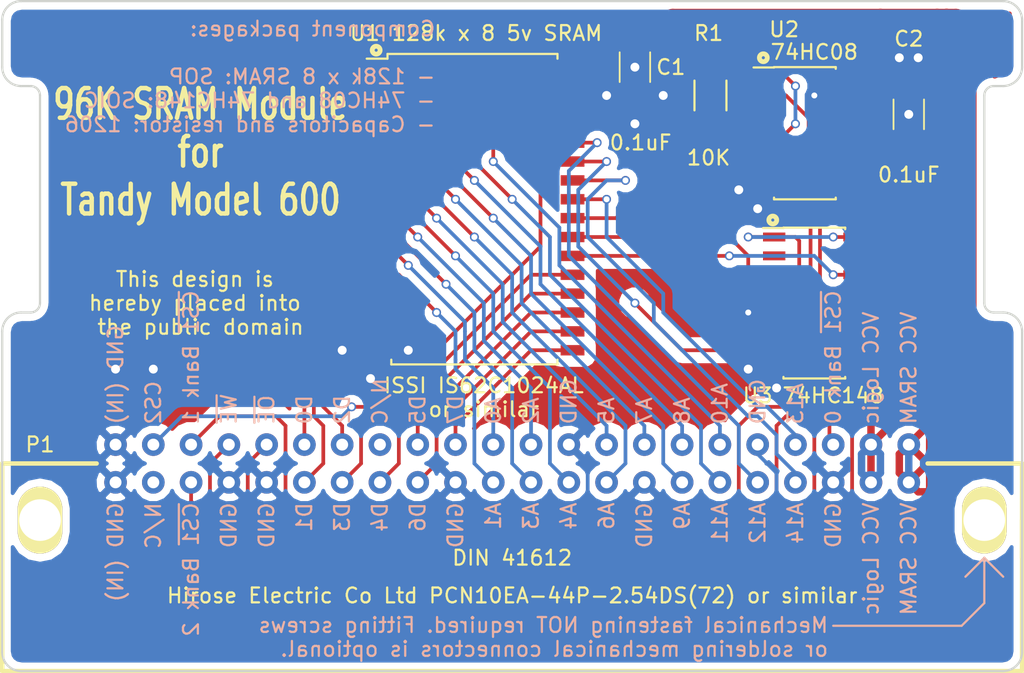
<source format=kicad_pcb>
(kicad_pcb (version 4) (host pcbnew 4.0.2-stable)

  (general
    (links 67)
    (no_connects 0)
    (area 111.684999 91.999999 180.415001 137.235001)
    (thickness 1.6)
    (drawings 80)
    (tracks 585)
    (zones 0)
    (modules 7)
    (nets 39)
  )

  (page A4)
  (layers
    (0 F.Cu signal)
    (31 B.Cu signal)
    (32 B.Adhes user)
    (33 F.Adhes user)
    (34 B.Paste user)
    (35 F.Paste user)
    (36 B.SilkS user)
    (37 F.SilkS user)
    (38 B.Mask user)
    (39 F.Mask user)
    (40 Dwgs.User user)
    (41 Cmts.User user)
    (42 Eco1.User user)
    (43 Eco2.User user)
    (44 Edge.Cuts user)
    (45 Margin user)
    (46 B.CrtYd user)
    (47 F.CrtYd user)
    (48 B.Fab user)
    (49 F.Fab user)
  )

  (setup
    (last_trace_width 0.25)
    (user_trace_width 0.25)
    (user_trace_width 0.5)
    (user_trace_width 0.75)
    (user_trace_width 1)
    (user_trace_width 1.5)
    (user_trace_width 2)
    (user_trace_width 2.5)
    (trace_clearance 0.2)
    (zone_clearance 0.75)
    (zone_45_only yes)
    (trace_min 0.2)
    (segment_width 0.15)
    (edge_width 0.15)
    (via_size 0.6)
    (via_drill 0.4)
    (via_min_size 0.4)
    (via_min_drill 0.3)
    (user_via 0.6 0.4)
    (user_via 1 0.6)
    (uvia_size 0.3)
    (uvia_drill 0.1)
    (uvias_allowed no)
    (uvia_min_size 0.2)
    (uvia_min_drill 0.1)
    (pcb_text_width 0.3)
    (pcb_text_size 1.5 1.5)
    (mod_edge_width 0.15)
    (mod_text_size 1 1)
    (mod_text_width 0.15)
    (pad_size 3 4.5)
    (pad_drill 2.8)
    (pad_to_mask_clearance 0.0762)
    (solder_mask_min_width 0.106)
    (aux_axis_origin 0 0)
    (grid_origin 146.05 137.16)
    (visible_elements 7FFFF7FF)
    (pcbplotparams
      (layerselection 0x00030_80000001)
      (usegerberextensions false)
      (excludeedgelayer true)
      (linewidth 0.100000)
      (plotframeref false)
      (viasonmask false)
      (mode 1)
      (useauxorigin false)
      (hpglpennumber 1)
      (hpglpenspeed 20)
      (hpglpendiameter 15)
      (hpglpenoverlay 2)
      (psnegative false)
      (psa4output false)
      (plotreference true)
      (plotvalue true)
      (plotinvisibletext false)
      (padsonsilk false)
      (subtractmaskfromsilk false)
      (outputformat 1)
      (mirror false)
      (drillshape 1)
      (scaleselection 1)
      (outputdirectory ""))
  )

  (net 0 "")
  (net 1 GND)
  (net 2 VMEM)
  (net 3 VCC)
  (net 4 /~CS1~_Bank0)
  (net 5 /A14)
  (net 6 /A13)
  (net 7 /A12)
  (net 8 /A11)
  (net 9 /A10)
  (net 10 /A9)
  (net 11 /A8)
  (net 12 /A7)
  (net 13 /A6)
  (net 14 /A5)
  (net 15 /A4)
  (net 16 /A3)
  (net 17 /A2)
  (net 18 /A1)
  (net 19 /A0)
  (net 20 /D7)
  (net 21 /D6)
  (net 22 /D5)
  (net 23 /D4)
  (net 24 /D3)
  (net 25 /D2)
  (net 26 /D1)
  (net 27 /D0)
  (net 28 /~OE)
  (net 29 /~WE)
  (net 30 /~CS1~_Bank2)
  (net 31 /~CS1~_Bank1)
  (net 32 /CS2)
  (net 33 /A15)
  (net 34 /A16)
  (net 35 /~OE~_Gated)
  (net 36 /CS1)
  (net 37 /~WE~_Gated)
  (net 38 /PU)

  (net_class Default "This is the default net class."
    (clearance 0.2)
    (trace_width 0.25)
    (via_dia 0.6)
    (via_drill 0.4)
    (uvia_dia 0.3)
    (uvia_drill 0.1)
    (add_net /A0)
    (add_net /A1)
    (add_net /A10)
    (add_net /A11)
    (add_net /A12)
    (add_net /A13)
    (add_net /A14)
    (add_net /A15)
    (add_net /A16)
    (add_net /A2)
    (add_net /A3)
    (add_net /A4)
    (add_net /A5)
    (add_net /A6)
    (add_net /A7)
    (add_net /A8)
    (add_net /A9)
    (add_net /CS1)
    (add_net /CS2)
    (add_net /D0)
    (add_net /D1)
    (add_net /D2)
    (add_net /D3)
    (add_net /D4)
    (add_net /D5)
    (add_net /D6)
    (add_net /D7)
    (add_net /PU)
    (add_net /~CS1~_Bank0)
    (add_net /~CS1~_Bank1)
    (add_net /~CS1~_Bank2)
    (add_net /~OE)
    (add_net /~OE~_Gated)
    (add_net /~WE)
    (add_net /~WE~_Gated)
  )

  (net_class Power ""
    (clearance 0.2)
    (trace_width 0.5)
    (via_dia 1)
    (via_drill 0.6)
    (uvia_dia 0.3)
    (uvia_drill 0.1)
    (add_net GND)
    (add_net VCC)
    (add_net VMEM)
  )

  (module Housings_SOIC:SOIC-16_3.9x9.9mm_Pitch1.27mm (layer F.Cu) (tedit 589977AF) (tstamp 587F5BBA)
    (at 166.37 112.395)
    (descr "16-Lead Plastic Small Outline (SL) - Narrow, 3.90 mm Body [SOIC] (see Microchip Packaging Specification 00000049BS.pdf)")
    (tags "SOIC 1.27")
    (path /587F6708)
    (attr smd)
    (fp_text reference U3 (at -3.81 6.223) (layer F.SilkS)
      (effects (font (size 1 1) (thickness 0.15)))
    )
    (fp_text value 74HC148 (at 1.27 6.223) (layer F.SilkS)
      (effects (font (size 1 1) (thickness 0.15)))
    )
    (fp_circle (center -2.794 -5.588) (end -2.794 -5.715) (layer F.SilkS) (width 0.3))
    (fp_circle (center -2.794 -5.588) (end -2.794 -5.842) (layer F.SilkS) (width 0.3))
    (fp_line (start -0.95 -4.95) (end 1.95 -4.95) (layer F.Fab) (width 0.15))
    (fp_line (start 1.95 -4.95) (end 1.95 4.95) (layer F.Fab) (width 0.15))
    (fp_line (start 1.95 4.95) (end -1.95 4.95) (layer F.Fab) (width 0.15))
    (fp_line (start -1.95 4.95) (end -1.95 -3.95) (layer F.Fab) (width 0.15))
    (fp_line (start -1.95 -3.95) (end -0.95 -4.95) (layer F.Fab) (width 0.15))
    (fp_line (start -3.7 -5.25) (end -3.7 5.25) (layer F.CrtYd) (width 0.05))
    (fp_line (start 3.7 -5.25) (end 3.7 5.25) (layer F.CrtYd) (width 0.05))
    (fp_line (start -3.7 -5.25) (end 3.7 -5.25) (layer F.CrtYd) (width 0.05))
    (fp_line (start -3.7 5.25) (end 3.7 5.25) (layer F.CrtYd) (width 0.05))
    (fp_line (start -2.075 -5.075) (end -2.075 -5.05) (layer F.SilkS) (width 0.15))
    (fp_line (start 2.075 -5.075) (end 2.075 -4.97) (layer F.SilkS) (width 0.15))
    (fp_line (start 2.075 5.075) (end 2.075 4.97) (layer F.SilkS) (width 0.15))
    (fp_line (start -2.075 5.075) (end -2.075 4.97) (layer F.SilkS) (width 0.15))
    (fp_line (start -2.075 -5.075) (end 2.075 -5.075) (layer F.SilkS) (width 0.15))
    (fp_line (start -2.075 5.075) (end 2.075 5.075) (layer F.SilkS) (width 0.15))
    (fp_line (start -2.075 -5.05) (end -3.45 -5.05) (layer F.SilkS) (width 0.15))
    (pad 1 smd rect (at -2.7 -4.445) (size 1.5 0.6) (layers F.Cu F.Paste F.Mask)
      (net 3 VCC))
    (pad 2 smd rect (at -2.7 -3.175) (size 1.5 0.6) (layers F.Cu F.Paste F.Mask)
      (net 3 VCC))
    (pad 3 smd rect (at -2.7 -1.905) (size 1.5 0.6) (layers F.Cu F.Paste F.Mask)
      (net 3 VCC))
    (pad 4 smd rect (at -2.7 -0.635) (size 1.5 0.6) (layers F.Cu F.Paste F.Mask)
      (net 31 /~CS1~_Bank1))
    (pad 5 smd rect (at -2.7 0.635) (size 1.5 0.6) (layers F.Cu F.Paste F.Mask)
      (net 1 GND))
    (pad 6 smd rect (at -2.7 1.905) (size 1.5 0.6) (layers F.Cu F.Paste F.Mask)
      (net 34 /A16))
    (pad 7 smd rect (at -2.7 3.175) (size 1.5 0.6) (layers F.Cu F.Paste F.Mask)
      (net 33 /A15))
    (pad 8 smd rect (at -2.7 4.445) (size 1.5 0.6) (layers F.Cu F.Paste F.Mask)
      (net 1 GND))
    (pad 9 smd rect (at 2.7 4.445) (size 1.5 0.6) (layers F.Cu F.Paste F.Mask))
    (pad 10 smd rect (at 2.7 3.175) (size 1.5 0.6) (layers F.Cu F.Paste F.Mask)
      (net 30 /~CS1~_Bank2))
    (pad 11 smd rect (at 2.7 1.905) (size 1.5 0.6) (layers F.Cu F.Paste F.Mask)
      (net 3 VCC))
    (pad 12 smd rect (at 2.7 0.635) (size 1.5 0.6) (layers F.Cu F.Paste F.Mask)
      (net 4 /~CS1~_Bank0))
    (pad 13 smd rect (at 2.7 -0.635) (size 1.5 0.6) (layers F.Cu F.Paste F.Mask)
      (net 3 VCC))
    (pad 14 smd rect (at 2.7 -1.905) (size 1.5 0.6) (layers F.Cu F.Paste F.Mask)
      (net 36 /CS1))
    (pad 15 smd rect (at 2.7 -3.175) (size 1.5 0.6) (layers F.Cu F.Paste F.Mask))
    (pad 16 smd rect (at 2.7 -4.445) (size 1.5 0.6) (layers F.Cu F.Paste F.Mask)
      (net 3 VCC))
    (model Housings_SOIC.3dshapes/SOIC-16_3.9x9.9mm_Pitch1.27mm.wrl
      (at (xyz 0 0 0))
      (scale (xyz 1 1 1))
      (rotate (xyz 0 0 0))
    )
  )

  (module Housings_SOIC:SOIC-14_3.9x8.7mm_Pitch1.27mm (layer F.Cu) (tedit 589977FA) (tstamp 587F5BA6)
    (at 165.735 100.965)
    (descr "14-Lead Plastic Small Outline (SL) - Narrow, 3.90 mm Body [SOIC] (see Microchip Packaging Specification 00000049BS.pdf)")
    (tags "SOIC 1.27")
    (path /587F64D9)
    (attr smd)
    (fp_text reference U2 (at -1.397 -6.985) (layer F.SilkS)
      (effects (font (size 1 1) (thickness 0.15)))
    )
    (fp_text value 74HC08 (at 0.635 -5.461) (layer F.SilkS)
      (effects (font (size 1 1) (thickness 0.15)))
    )
    (fp_circle (center -2.794 -5.08) (end -2.794 -5.207) (layer F.SilkS) (width 0.3))
    (fp_circle (center -2.794 -5.08) (end -2.794 -5.334) (layer F.SilkS) (width 0.3))
    (fp_line (start -0.95 -4.35) (end 1.95 -4.35) (layer F.Fab) (width 0.15))
    (fp_line (start 1.95 -4.35) (end 1.95 4.35) (layer F.Fab) (width 0.15))
    (fp_line (start 1.95 4.35) (end -1.95 4.35) (layer F.Fab) (width 0.15))
    (fp_line (start -1.95 4.35) (end -1.95 -3.35) (layer F.Fab) (width 0.15))
    (fp_line (start -1.95 -3.35) (end -0.95 -4.35) (layer F.Fab) (width 0.15))
    (fp_line (start -3.7 -4.65) (end -3.7 4.65) (layer F.CrtYd) (width 0.05))
    (fp_line (start 3.7 -4.65) (end 3.7 4.65) (layer F.CrtYd) (width 0.05))
    (fp_line (start -3.7 -4.65) (end 3.7 -4.65) (layer F.CrtYd) (width 0.05))
    (fp_line (start -3.7 4.65) (end 3.7 4.65) (layer F.CrtYd) (width 0.05))
    (fp_line (start -2.075 -4.45) (end -2.075 -4.425) (layer F.SilkS) (width 0.15))
    (fp_line (start 2.075 -4.45) (end 2.075 -4.335) (layer F.SilkS) (width 0.15))
    (fp_line (start 2.075 4.45) (end 2.075 4.335) (layer F.SilkS) (width 0.15))
    (fp_line (start -2.075 4.45) (end -2.075 4.335) (layer F.SilkS) (width 0.15))
    (fp_line (start -2.075 -4.45) (end 2.075 -4.45) (layer F.SilkS) (width 0.15))
    (fp_line (start -2.075 4.45) (end 2.075 4.45) (layer F.SilkS) (width 0.15))
    (fp_line (start -2.075 -4.425) (end -3.45 -4.425) (layer F.SilkS) (width 0.15))
    (pad 1 smd rect (at -2.7 -3.81) (size 1.5 0.6) (layers F.Cu F.Paste F.Mask)
      (net 38 /PU))
    (pad 2 smd rect (at -2.7 -2.54) (size 1.5 0.6) (layers F.Cu F.Paste F.Mask)
      (net 29 /~WE))
    (pad 3 smd rect (at -2.7 -1.27) (size 1.5 0.6) (layers F.Cu F.Paste F.Mask)
      (net 37 /~WE~_Gated))
    (pad 4 smd rect (at -2.7 0) (size 1.5 0.6) (layers F.Cu F.Paste F.Mask)
      (net 38 /PU))
    (pad 5 smd rect (at -2.7 1.27) (size 1.5 0.6) (layers F.Cu F.Paste F.Mask)
      (net 28 /~OE))
    (pad 6 smd rect (at -2.7 2.54) (size 1.5 0.6) (layers F.Cu F.Paste F.Mask)
      (net 35 /~OE~_Gated))
    (pad 7 smd rect (at -2.7 3.81) (size 1.5 0.6) (layers F.Cu F.Paste F.Mask)
      (net 1 GND))
    (pad 8 smd rect (at 2.7 3.81) (size 1.5 0.6) (layers F.Cu F.Paste F.Mask))
    (pad 9 smd rect (at 2.7 2.54) (size 1.5 0.6) (layers F.Cu F.Paste F.Mask)
      (net 1 GND))
    (pad 10 smd rect (at 2.7 1.27) (size 1.5 0.6) (layers F.Cu F.Paste F.Mask)
      (net 1 GND))
    (pad 11 smd rect (at 2.7 0) (size 1.5 0.6) (layers F.Cu F.Paste F.Mask))
    (pad 12 smd rect (at 2.7 -1.27) (size 1.5 0.6) (layers F.Cu F.Paste F.Mask)
      (net 1 GND))
    (pad 13 smd rect (at 2.7 -2.54) (size 1.5 0.6) (layers F.Cu F.Paste F.Mask)
      (net 1 GND))
    (pad 14 smd rect (at 2.7 -3.81) (size 1.5 0.6) (layers F.Cu F.Paste F.Mask)
      (net 3 VCC))
    (model Housings_SOIC.3dshapes/SOIC-14_3.9x8.7mm_Pitch1.27mm.wrl
      (at (xyz 0 0 0))
      (scale (xyz 1 1 1))
      (rotate (xyz 0 0 0))
    )
  )

  (module 0Titanium:SOP32-WIDE (layer F.Cu) (tedit 58997CA3) (tstamp 586E7D1D)
    (at 143.51 106.045)
    (path /586E7CD2)
    (fp_text reference U1 (at -7.366 -11.811) (layer F.SilkS)
      (effects (font (size 1 1) (thickness 0.15)))
    )
    (fp_text value "128k x 8 5v SRAM" (at 1.524 -11.811) (layer F.SilkS)
      (effects (font (size 1 1) (thickness 0.15)))
    )
    (fp_circle (center -6.604 -10.668) (end -6.604 -10.795) (layer F.SilkS) (width 0.3))
    (fp_circle (center -6.604 -10.668) (end -6.604 -10.922) (layer F.SilkS) (width 0.3))
    (fp_line (start -5.588 10.4775) (end 5.588 10.4775) (layer F.SilkS) (width 0.15))
    (fp_line (start -7.874 10.541) (end 7.874 10.541) (layer F.CrtYd) (width 0.075))
    (fp_line (start -7.874 -10.541) (end 7.874 -10.541) (layer F.CrtYd) (width 0.075))
    (fp_line (start -5.842 -10.414) (end 5.588 -10.414) (layer F.SilkS) (width 0.15))
    (fp_line (start 7.874 10.541) (end 7.874 -10.541) (layer F.CrtYd) (width 0.075))
    (fp_line (start -7.874 -10.541) (end -7.874 10.541) (layer F.CrtYd) (width 0.075))
    (fp_line (start 5.588 10.16) (end 5.588 10.4775) (layer F.SilkS) (width 0.15))
    (fp_line (start -5.588 10.4775) (end -5.588 10.16) (layer F.SilkS) (width 0.15))
    (fp_line (start -7.239 -10.0965) (end -5.842 -10.0965) (layer F.SilkS) (width 0.15))
    (fp_line (start -5.842 -10.0965) (end -5.842 -10.414) (layer F.SilkS) (width 0.15))
    (fp_line (start 5.588 -10.414) (end 5.588 -10.0965) (layer F.SilkS) (width 0.15))
    (pad 18 smd rect (at 6.6 8.255) (size 1.6 0.7) (layers F.Cu F.Paste F.Mask)
      (net 21 /D6))
    (pad 15 smd rect (at -6.6 8.255) (size 1.6 0.7) (layers F.Cu F.Paste F.Mask)
      (net 25 /D2))
    (pad 16 smd rect (at -6.6 9.525) (size 1.6 0.7) (layers F.Cu F.Paste F.Mask)
      (net 1 GND))
    (pad 17 smd rect (at 6.6 9.525) (size 1.6 0.7) (layers F.Cu F.Paste F.Mask)
      (net 20 /D7))
    (pad 19 smd rect (at 6.6 6.985) (size 1.6 0.7) (layers F.Cu F.Paste F.Mask)
      (net 22 /D5))
    (pad 14 smd rect (at -6.6 6.985) (size 1.6 0.7) (layers F.Cu F.Paste F.Mask)
      (net 26 /D1))
    (pad 13 smd rect (at -6.6 5.715) (size 1.6 0.7) (layers F.Cu F.Paste F.Mask)
      (net 27 /D0))
    (pad 20 smd rect (at 6.6 5.715) (size 1.6 0.7) (layers F.Cu F.Paste F.Mask)
      (net 23 /D4))
    (pad 24 smd rect (at 6.6 0.635) (size 1.6 0.7) (layers F.Cu F.Paste F.Mask)
      (net 35 /~OE~_Gated))
    (pad 9 smd rect (at -6.6 0.635) (size 1.6 0.7) (layers F.Cu F.Paste F.Mask)
      (net 17 /A2))
    (pad 10 smd rect (at -6.6 1.905) (size 1.6 0.7) (layers F.Cu F.Paste F.Mask)
      (net 16 /A3))
    (pad 23 smd rect (at 6.6 1.905) (size 1.6 0.7) (layers F.Cu F.Paste F.Mask)
      (net 34 /A16))
    (pad 21 smd rect (at 6.6 4.445) (size 1.6 0.7) (layers F.Cu F.Paste F.Mask)
      (net 24 /D3))
    (pad 12 smd rect (at -6.6 4.445) (size 1.6 0.7) (layers F.Cu F.Paste F.Mask)
      (net 18 /A1))
    (pad 11 smd rect (at -6.6 3.175) (size 1.6 0.7) (layers F.Cu F.Paste F.Mask)
      (net 19 /A0))
    (pad 22 smd rect (at 6.6 3.175) (size 1.6 0.7) (layers F.Cu F.Paste F.Mask)
      (net 36 /CS1))
    (pad 30 smd rect (at 6.6 -6.985) (size 1.6 0.7) (layers F.Cu F.Paste F.Mask)
      (net 32 /CS2))
    (pad 3 smd rect (at -6.6 -6.985) (size 1.6 0.7) (layers F.Cu F.Paste F.Mask)
      (net 11 /A8))
    (pad 4 smd rect (at -6.6 -5.715) (size 1.6 0.7) (layers F.Cu F.Paste F.Mask)
      (net 10 /A9))
    (pad 29 smd rect (at 6.6 -5.715) (size 1.6 0.7) (layers F.Cu F.Paste F.Mask)
      (net 37 /~WE~_Gated))
    (pad 31 smd rect (at 6.6 -8.255) (size 1.6 0.7) (layers F.Cu F.Paste F.Mask)
      (net 9 /A10))
    (pad 2 smd rect (at -6.6 -8.255) (size 1.6 0.7) (layers F.Cu F.Paste F.Mask)
      (net 8 /A11))
    (pad 1 smd rect (at -6.6 -9.525) (size 1.6 0.7) (layers F.Cu F.Paste F.Mask))
    (pad 32 smd rect (at 6.6 -9.525) (size 1.6 0.7) (layers F.Cu F.Paste F.Mask)
      (net 2 VMEM))
    (pad 28 smd rect (at 6.6 -4.445) (size 1.6 0.7) (layers F.Cu F.Paste F.Mask)
      (net 7 /A12))
    (pad 5 smd rect (at -6.6 -4.445) (size 1.6 0.7) (layers F.Cu F.Paste F.Mask)
      (net 12 /A7))
    (pad 6 smd rect (at -6.6 -3.175) (size 1.6 0.7) (layers F.Cu F.Paste F.Mask)
      (net 13 /A6))
    (pad 27 smd rect (at 6.6 -3.175) (size 1.6 0.7) (layers F.Cu F.Paste F.Mask)
      (net 33 /A15))
    (pad 25 smd rect (at 6.6 -0.635) (size 1.6 0.7) (layers F.Cu F.Paste F.Mask)
      (net 6 /A13))
    (pad 8 smd rect (at -6.6 -0.635) (size 1.6 0.7) (layers F.Cu F.Paste F.Mask)
      (net 15 /A4))
    (pad 7 smd rect (at -6.6 -1.905) (size 1.6 0.7) (layers F.Cu F.Paste F.Mask)
      (net 14 /A5))
    (pad 26 smd rect (at 6.6 -1.905) (size 1.6 0.7) (layers F.Cu F.Paste F.Mask)
      (net 5 /A14))
    (model Housings_SSOP.3dshapes/TSSOP-32_6.1x11mm_Pitch0.65mm.wrl
      (at (xyz 0 0 0))
      (scale (xyz 1.75 1.954 1.75))
      (rotate (xyz 0 0 0))
    )
  )

  (module 0Titanium:DIN41612-44-RightAngle (layer F.Cu) (tedit 58997942) (tstamp 586E7CF9)
    (at 172.72 124.46)
    (path /586E7AB5)
    (fp_text reference P1 (at -58.42 -2.54) (layer F.SilkS)
      (effects (font (size 1 1) (thickness 0.15)))
    )
    (fp_text value "DIN 41612" (at -26.67 5.08) (layer F.SilkS)
      (effects (font (size 1 1) (thickness 0.15)))
    )
    (fp_line (start -54.67 6.3) (end 1.33 6.3) (layer Dwgs.User) (width 0.15))
    (fp_line (start -60.96 -1.27) (end -60.96 12.7) (layer F.SilkS) (width 0.3))
    (fp_line (start 7.62 12.7) (end -60.96 12.7) (layer F.SilkS) (width 0.3))
    (fp_line (start 7.62 2.54) (end 7.62 12.7) (layer F.SilkS) (width 0.3))
    (fp_line (start 1.27 -1.27) (end 7.62 -1.27) (layer F.SilkS) (width 0.3))
    (fp_line (start 7.62 -1.27) (end 7.62 5.08) (layer F.SilkS) (width 0.3))
    (fp_line (start -54.61 -1.27) (end -60.96 -1.27) (layer F.SilkS) (width 0.3))
    (pad 1 thru_hole circle (at 0 0) (size 1.524 1.524) (drill 0.8) (layers *.Cu *.Mask)
      (net 2 VMEM))
    (pad 2 thru_hole circle (at 0 -2.54) (size 1.524 1.524) (drill 0.8) (layers *.Cu *.Mask)
      (net 2 VMEM))
    (pad 3 thru_hole circle (at -2.54 0) (size 1.524 1.524) (drill 0.8) (layers *.Cu *.Mask)
      (net 3 VCC))
    (pad 4 thru_hole circle (at -2.54 -2.54) (size 1.524 1.524) (drill 0.8) (layers *.Cu *.Mask)
      (net 3 VCC))
    (pad 5 thru_hole circle (at -5.08 0) (size 1.524 1.524) (drill 0.8) (layers *.Cu *.Mask)
      (net 1 GND))
    (pad 6 thru_hole circle (at -5.08 -2.54) (size 1.524 1.524) (drill 0.8) (layers *.Cu *.Mask)
      (net 4 /~CS1~_Bank0))
    (pad 7 thru_hole circle (at -7.62 0) (size 1.524 1.524) (drill 0.8) (layers *.Cu *.Mask)
      (net 5 /A14))
    (pad 8 thru_hole circle (at -7.62 -2.54) (size 1.524 1.524) (drill 0.8) (layers *.Cu *.Mask)
      (net 6 /A13))
    (pad 9 thru_hole circle (at -10.16 0) (size 1.524 1.524) (drill 0.8) (layers *.Cu *.Mask)
      (net 7 /A12))
    (pad 10 thru_hole circle (at -10.16 -2.54) (size 1.524 1.524) (drill 0.8) (layers *.Cu *.Mask)
      (net 1 GND))
    (pad 11 thru_hole circle (at -12.7 0) (size 1.524 1.524) (drill 0.8) (layers *.Cu *.Mask)
      (net 8 /A11))
    (pad 12 thru_hole circle (at -12.7 -2.54) (size 1.524 1.524) (drill 0.8) (layers *.Cu *.Mask)
      (net 9 /A10))
    (pad 13 thru_hole circle (at -15.24 0) (size 1.524 1.524) (drill 0.8) (layers *.Cu *.Mask)
      (net 10 /A9))
    (pad 14 thru_hole circle (at -15.24 -2.54) (size 1.524 1.524) (drill 0.8) (layers *.Cu *.Mask)
      (net 11 /A8))
    (pad 15 thru_hole circle (at -17.78 0) (size 1.524 1.524) (drill 0.8) (layers *.Cu *.Mask)
      (net 1 GND))
    (pad 16 thru_hole circle (at -17.78 -2.54) (size 1.524 1.524) (drill 0.8) (layers *.Cu *.Mask)
      (net 12 /A7))
    (pad 17 thru_hole circle (at -20.32 0) (size 1.524 1.524) (drill 0.8) (layers *.Cu *.Mask)
      (net 13 /A6))
    (pad 18 thru_hole circle (at -20.32 -2.54) (size 1.524 1.524) (drill 0.8) (layers *.Cu *.Mask)
      (net 14 /A5))
    (pad 19 thru_hole circle (at -22.86 0) (size 1.524 1.524) (drill 0.8) (layers *.Cu *.Mask)
      (net 15 /A4))
    (pad 20 thru_hole circle (at -22.86 -2.54) (size 1.524 1.524) (drill 0.8) (layers *.Cu *.Mask)
      (net 1 GND))
    (pad 21 thru_hole circle (at -25.4 0) (size 1.524 1.524) (drill 0.8) (layers *.Cu *.Mask)
      (net 16 /A3))
    (pad 22 thru_hole circle (at -25.4 -2.54) (size 1.524 1.524) (drill 0.8) (layers *.Cu *.Mask)
      (net 17 /A2))
    (pad 23 thru_hole circle (at -27.94 0) (size 1.524 1.524) (drill 0.8) (layers *.Cu *.Mask)
      (net 18 /A1))
    (pad 24 thru_hole circle (at -27.94 -2.54) (size 1.524 1.524) (drill 0.8) (layers *.Cu *.Mask)
      (net 19 /A0))
    (pad 25 thru_hole circle (at -30.48 0) (size 1.524 1.524) (drill 0.8) (layers *.Cu *.Mask)
      (net 1 GND))
    (pad 26 thru_hole circle (at -30.48 -2.54) (size 1.524 1.524) (drill 0.8) (layers *.Cu *.Mask)
      (net 20 /D7))
    (pad 27 thru_hole circle (at -33.02 0) (size 1.524 1.524) (drill 0.8) (layers *.Cu *.Mask)
      (net 21 /D6))
    (pad 28 thru_hole circle (at -33.02 -2.54) (size 1.524 1.524) (drill 0.8) (layers *.Cu *.Mask)
      (net 22 /D5))
    (pad 29 thru_hole circle (at -35.56 0) (size 1.524 1.524) (drill 0.8) (layers *.Cu *.Mask)
      (net 23 /D4))
    (pad 30 thru_hole circle (at -35.56 -2.54) (size 1.524 1.524) (drill 0.8) (layers *.Cu *.Mask))
    (pad 31 thru_hole circle (at -38.1 0) (size 1.524 1.524) (drill 0.8) (layers *.Cu *.Mask)
      (net 24 /D3))
    (pad 32 thru_hole circle (at -38.1 -2.54) (size 1.524 1.524) (drill 0.8) (layers *.Cu *.Mask)
      (net 25 /D2))
    (pad 33 thru_hole circle (at -40.64 0) (size 1.524 1.524) (drill 0.8) (layers *.Cu *.Mask)
      (net 26 /D1))
    (pad 34 thru_hole circle (at -40.64 -2.54) (size 1.524 1.524) (drill 0.8) (layers *.Cu *.Mask)
      (net 27 /D0))
    (pad 35 thru_hole circle (at -43.18 0) (size 1.524 1.524) (drill 0.8) (layers *.Cu *.Mask)
      (net 1 GND))
    (pad 36 thru_hole circle (at -43.18 -2.54) (size 1.524 1.524) (drill 0.8) (layers *.Cu *.Mask)
      (net 28 /~OE))
    (pad 37 thru_hole circle (at -45.72 0) (size 1.524 1.524) (drill 0.8) (layers *.Cu *.Mask)
      (net 1 GND))
    (pad 38 thru_hole circle (at -45.72 -2.54) (size 1.524 1.524) (drill 0.8) (layers *.Cu *.Mask)
      (net 29 /~WE))
    (pad 39 thru_hole circle (at -48.26 0) (size 1.524 1.524) (drill 0.8) (layers *.Cu *.Mask)
      (net 30 /~CS1~_Bank2))
    (pad 40 thru_hole circle (at -48.26 -2.54) (size 1.524 1.524) (drill 0.8) (layers *.Cu *.Mask)
      (net 31 /~CS1~_Bank1))
    (pad 41 thru_hole circle (at -50.8 0) (size 1.524 1.524) (drill 0.8) (layers *.Cu *.Mask))
    (pad 42 thru_hole circle (at -50.8 -2.54) (size 1.524 1.524) (drill 0.8) (layers *.Cu *.Mask)
      (net 32 /CS2))
    (pad 43 thru_hole circle (at -53.34 0) (size 1.524 1.524) (drill 0.8) (layers *.Cu *.Mask)
      (net 1 GND))
    (pad 44 thru_hole circle (at -53.34 -2.54) (size 1.524 1.524) (drill 0.8) (layers *.Cu *.Mask)
      (net 1 GND))
    (pad "" thru_hole oval (at 5.08 2.54) (size 3 4.5) (drill 2.8) (layers *.Cu *.Mask F.SilkS))
    (pad "" thru_hole oval (at -58.42 2.54) (size 3 4.5) (drill 2.8) (layers *.Cu *.Mask F.SilkS))
  )

  (module Capacitors_SMD:C_1206_HandSoldering (layer F.Cu) (tedit 58805881) (tstamp 587F5E14)
    (at 154.305 96.52 270)
    (descr "Capacitor SMD 1206, hand soldering")
    (tags "capacitor 1206")
    (path /586E7DAB)
    (attr smd)
    (fp_text reference C1 (at 0 -2.413 360) (layer F.SilkS)
      (effects (font (size 1 1) (thickness 0.15)))
    )
    (fp_text value 0.1uF (at 5.08 -0.381 360) (layer F.SilkS)
      (effects (font (size 1 1) (thickness 0.15)))
    )
    (fp_line (start -1.6 0.8) (end -1.6 -0.8) (layer F.Fab) (width 0.1))
    (fp_line (start 1.6 0.8) (end -1.6 0.8) (layer F.Fab) (width 0.1))
    (fp_line (start 1.6 -0.8) (end 1.6 0.8) (layer F.Fab) (width 0.1))
    (fp_line (start -1.6 -0.8) (end 1.6 -0.8) (layer F.Fab) (width 0.1))
    (fp_line (start -3.3 -1.15) (end 3.3 -1.15) (layer F.CrtYd) (width 0.05))
    (fp_line (start -3.3 1.15) (end 3.3 1.15) (layer F.CrtYd) (width 0.05))
    (fp_line (start -3.3 -1.15) (end -3.3 1.15) (layer F.CrtYd) (width 0.05))
    (fp_line (start 3.3 -1.15) (end 3.3 1.15) (layer F.CrtYd) (width 0.05))
    (fp_line (start 1 -1.025) (end -1 -1.025) (layer F.SilkS) (width 0.12))
    (fp_line (start -1 1.025) (end 1 1.025) (layer F.SilkS) (width 0.12))
    (pad 1 smd rect (at -2 0 270) (size 2 1.6) (layers F.Cu F.Paste F.Mask)
      (net 2 VMEM))
    (pad 2 smd rect (at 2 0 270) (size 2 1.6) (layers F.Cu F.Paste F.Mask)
      (net 1 GND))
    (model Capacitors_SMD.3dshapes/C_1206_HandSoldering.wrl
      (at (xyz 0 0 0))
      (scale (xyz 1 1 1))
      (rotate (xyz 0 0 0))
    )
  )

  (module Capacitors_SMD:C_1206_HandSoldering (layer F.Cu) (tedit 58805327) (tstamp 587F5E1A)
    (at 172.72 99.695 90)
    (descr "Capacitor SMD 1206, hand soldering")
    (tags "capacitor 1206")
    (path /587F7A69)
    (attr smd)
    (fp_text reference C2 (at 5.08 0 180) (layer F.SilkS)
      (effects (font (size 1 1) (thickness 0.15)))
    )
    (fp_text value 0.1uF (at -4.064 0 180) (layer F.SilkS)
      (effects (font (size 1 1) (thickness 0.15)))
    )
    (fp_line (start -1.6 0.8) (end -1.6 -0.8) (layer F.Fab) (width 0.1))
    (fp_line (start 1.6 0.8) (end -1.6 0.8) (layer F.Fab) (width 0.1))
    (fp_line (start 1.6 -0.8) (end 1.6 0.8) (layer F.Fab) (width 0.1))
    (fp_line (start -1.6 -0.8) (end 1.6 -0.8) (layer F.Fab) (width 0.1))
    (fp_line (start -3.3 -1.15) (end 3.3 -1.15) (layer F.CrtYd) (width 0.05))
    (fp_line (start -3.3 1.15) (end 3.3 1.15) (layer F.CrtYd) (width 0.05))
    (fp_line (start -3.3 -1.15) (end -3.3 1.15) (layer F.CrtYd) (width 0.05))
    (fp_line (start 3.3 -1.15) (end 3.3 1.15) (layer F.CrtYd) (width 0.05))
    (fp_line (start 1 -1.025) (end -1 -1.025) (layer F.SilkS) (width 0.12))
    (fp_line (start -1 1.025) (end 1 1.025) (layer F.SilkS) (width 0.12))
    (pad 1 smd rect (at -2 0 90) (size 2 1.6) (layers F.Cu F.Paste F.Mask)
      (net 3 VCC))
    (pad 2 smd rect (at 2 0 90) (size 2 1.6) (layers F.Cu F.Paste F.Mask)
      (net 1 GND))
    (model Capacitors_SMD.3dshapes/C_1206_HandSoldering.wrl
      (at (xyz 0 0 0))
      (scale (xyz 1 1 1))
      (rotate (xyz 0 0 0))
    )
  )

  (module Resistors_SMD:R_1206_HandSoldering (layer F.Cu) (tedit 58805316) (tstamp 587F5E20)
    (at 159.385 98.425 270)
    (descr "Resistor SMD 1206, hand soldering")
    (tags "resistor 1206")
    (path /587F7C5D)
    (attr smd)
    (fp_text reference R1 (at -4.191 0.127 360) (layer F.SilkS)
      (effects (font (size 1 1) (thickness 0.15)))
    )
    (fp_text value 10K (at 4.191 0.127 360) (layer F.SilkS)
      (effects (font (size 1 1) (thickness 0.15)))
    )
    (fp_line (start -1.6 0.8) (end -1.6 -0.8) (layer F.Fab) (width 0.1))
    (fp_line (start 1.6 0.8) (end -1.6 0.8) (layer F.Fab) (width 0.1))
    (fp_line (start 1.6 -0.8) (end 1.6 0.8) (layer F.Fab) (width 0.1))
    (fp_line (start -1.6 -0.8) (end 1.6 -0.8) (layer F.Fab) (width 0.1))
    (fp_line (start -3.3 -1.2) (end 3.3 -1.2) (layer F.CrtYd) (width 0.05))
    (fp_line (start -3.3 1.2) (end 3.3 1.2) (layer F.CrtYd) (width 0.05))
    (fp_line (start -3.3 -1.2) (end -3.3 1.2) (layer F.CrtYd) (width 0.05))
    (fp_line (start 3.3 -1.2) (end 3.3 1.2) (layer F.CrtYd) (width 0.05))
    (fp_line (start 1 1.075) (end -1 1.075) (layer F.SilkS) (width 0.15))
    (fp_line (start -1 -1.075) (end 1 -1.075) (layer F.SilkS) (width 0.15))
    (pad 1 smd rect (at -2 0 270) (size 2 1.7) (layers F.Cu F.Paste F.Mask)
      (net 3 VCC))
    (pad 2 smd rect (at 2 0 270) (size 2 1.7) (layers F.Cu F.Paste F.Mask)
      (net 38 /PU))
    (model Resistors_SMD.3dshapes/R_1206_HandSoldering.wrl
      (at (xyz 0 0 0))
      (scale (xyz 1 1 1))
      (rotate (xyz 0 0 0))
    )
  )

  (gr_text v1.1 (at 178.816 94.996 90) (layer F.Cu)
    (effects (font (size 1.5 1.5) (thickness 0.3)))
  )
  (gr_line (start 167.64 134.112) (end 176.276 134.112) (angle 90) (layer B.SilkS) (width 0.15))
  (gr_line (start 176.276 134.112) (end 177.8 132.588) (angle 90) (layer B.SilkS) (width 0.15))
  (gr_line (start 177.8 129.54) (end 177.8 132.588) (angle 90) (layer B.SilkS) (width 0.15))
  (gr_line (start 177.8 129.54) (end 179.07 130.81) (angle 90) (layer B.SilkS) (width 0.15))
  (gr_line (start 177.8 129.54) (end 176.53 130.81) (angle 90) (layer B.SilkS) (width 0.15))
  (gr_text "Component packages:\n\n- 128k x 8 SRAM: SOP\n- 74HC08 and 74HC148: SOIC\n- Capacitors and resistor: 1206 " (at 140.97 97.155) (layer B.SilkS)
    (effects (font (size 1 1) (thickness 0.15)) (justify left mirror))
  )
  (gr_text ~WE (at 127 120.65 90) (layer B.SilkS) (tstamp 588198C3)
    (effects (font (size 1 1) (thickness 0.15)) (justify right mirror))
  )
  (gr_text "~CS1~ Bank 1" (at 124.46 120.65 90) (layer B.SilkS) (tstamp 588198C2)
    (effects (font (size 1 1) (thickness 0.15)) (justify right mirror))
  )
  (gr_text "GND (IN)" (at 119.38 120.65 90) (layer B.SilkS) (tstamp 588198C1)
    (effects (font (size 1 1) (thickness 0.15)) (justify right mirror))
  )
  (gr_text CS2 (at 121.92 120.65 90) (layer B.SilkS) (tstamp 588198C0)
    (effects (font (size 1 1) (thickness 0.15)) (justify right mirror))
  )
  (gr_text D0 (at 132.08 120.65 90) (layer B.SilkS) (tstamp 588198BF)
    (effects (font (size 1 1) (thickness 0.15)) (justify right mirror))
  )
  (gr_text ~OE (at 129.54 120.65 90) (layer B.SilkS) (tstamp 588198BE)
    (effects (font (size 1 1) (thickness 0.15)) (justify right mirror))
  )
  (gr_text A5 (at 152.4 120.65 90) (layer B.SilkS) (tstamp 588198BB)
    (effects (font (size 1 1) (thickness 0.15)) (justify right mirror))
  )
  (gr_text GND (at 149.86 120.65 90) (layer B.SilkS) (tstamp 588198BA)
    (effects (font (size 1 1) (thickness 0.15)) (justify right mirror))
  )
  (gr_text A0 (at 144.78 120.65 90) (layer B.SilkS) (tstamp 588198B9)
    (effects (font (size 1 1) (thickness 0.15)) (justify right mirror))
  )
  (gr_text A2 (at 147.32 120.65 90) (layer B.SilkS) (tstamp 588198B8)
    (effects (font (size 1 1) (thickness 0.15)) (justify right mirror))
  )
  (gr_text N/C (at 137.16 120.65 90) (layer B.SilkS) (tstamp 588198B7)
    (effects (font (size 1 1) (thickness 0.15)) (justify right mirror))
  )
  (gr_text D2 (at 134.62 120.65 90) (layer B.SilkS) (tstamp 588198B6)
    (effects (font (size 1 1) (thickness 0.15)) (justify right mirror))
  )
  (gr_text D5 (at 139.7 120.65 90) (layer B.SilkS) (tstamp 588198B5)
    (effects (font (size 1 1) (thickness 0.15)) (justify right mirror))
  )
  (gr_text D7 (at 142.24 120.65 90) (layer B.SilkS) (tstamp 588198B4)
    (effects (font (size 1 1) (thickness 0.15)) (justify right mirror))
  )
  (gr_text GND (at 162.56 120.65 90) (layer B.SilkS) (tstamp 588198AE)
    (effects (font (size 1 1) (thickness 0.15)) (justify right mirror))
  )
  (gr_text A10 (at 160.02 120.65 90) (layer B.SilkS) (tstamp 588198AD)
    (effects (font (size 1 1) (thickness 0.15)) (justify right mirror))
  )
  (gr_text A7 (at 154.94 120.65 90) (layer B.SilkS) (tstamp 588198AC)
    (effects (font (size 1 1) (thickness 0.15)) (justify right mirror))
  )
  (gr_text A8 (at 157.48 120.65 90) (layer B.SilkS) (tstamp 588198AB)
    (effects (font (size 1 1) (thickness 0.15)) (justify right mirror))
  )
  (gr_text "~CS1~ Bank 0" (at 167.64 120.65 90) (layer B.SilkS) (tstamp 58819896)
    (effects (font (size 1 1) (thickness 0.15)) (justify right mirror))
  )
  (gr_text A13 (at 165.1 120.65 90) (layer B.SilkS) (tstamp 58819895)
    (effects (font (size 1 1) (thickness 0.15)) (justify right mirror))
  )
  (gr_text "VCC Logic" (at 170.18 120.65 90) (layer B.SilkS) (tstamp 58819890)
    (effects (font (size 1 1) (thickness 0.15)) (justify right mirror))
  )
  (gr_text "VCC SRAM" (at 172.72 120.65 90) (layer B.SilkS) (tstamp 5881987D)
    (effects (font (size 1 1) (thickness 0.15)) (justify right mirror))
  )
  (gr_text "GND (IN)" (at 119.38 125.73 90) (layer B.SilkS) (tstamp 58819832)
    (effects (font (size 1 1) (thickness 0.15)) (justify left mirror))
  )
  (gr_text GND (at 129.54 125.73 90) (layer B.SilkS) (tstamp 58819830)
    (effects (font (size 1 1) (thickness 0.15)) (justify left mirror))
  )
  (gr_text GND (at 127 125.73 90) (layer B.SilkS) (tstamp 5881982F)
    (effects (font (size 1 1) (thickness 0.15)) (justify left mirror))
  )
  (gr_text N/C (at 121.92 125.73 90) (layer B.SilkS) (tstamp 5881982E)
    (effects (font (size 1 1) (thickness 0.15)) (justify left mirror))
  )
  (gr_text "~CS1~ Bank 2" (at 124.46 125.73 90) (layer B.SilkS) (tstamp 5881982D)
    (effects (font (size 1 1) (thickness 0.15)) (justify left mirror))
  )
  (gr_text D1 (at 132.08 125.73 90) (layer B.SilkS) (tstamp 5881982C)
    (effects (font (size 1 1) (thickness 0.15)) (justify left mirror))
  )
  (gr_text A6 (at 152.4 125.73 90) (layer B.SilkS) (tstamp 5881982B)
    (effects (font (size 1 1) (thickness 0.15)) (justify left mirror))
  )
  (gr_text A4 (at 149.86 125.73 90) (layer B.SilkS) (tstamp 5881982A)
    (effects (font (size 1 1) (thickness 0.15)) (justify left mirror))
  )
  (gr_text A1 (at 144.78 125.73 90) (layer B.SilkS) (tstamp 58819829)
    (effects (font (size 1 1) (thickness 0.15)) (justify left mirror))
  )
  (gr_text A3 (at 147.32 125.73 90) (layer B.SilkS) (tstamp 58819828)
    (effects (font (size 1 1) (thickness 0.15)) (justify left mirror))
  )
  (gr_text D4 (at 137.16 125.73 90) (layer B.SilkS) (tstamp 58819827)
    (effects (font (size 1 1) (thickness 0.15)) (justify left mirror))
  )
  (gr_text D3 (at 134.62 125.73 90) (layer B.SilkS) (tstamp 58819826)
    (effects (font (size 1 1) (thickness 0.15)) (justify left mirror))
  )
  (gr_text D6 (at 139.7 125.73 90) (layer B.SilkS) (tstamp 58819825)
    (effects (font (size 1 1) (thickness 0.15)) (justify left mirror))
  )
  (gr_text GND (at 142.24 125.73 90) (layer B.SilkS) (tstamp 58819824)
    (effects (font (size 1 1) (thickness 0.15)) (justify left mirror))
  )
  (gr_text A12 (at 162.56 125.73 90) (layer B.SilkS) (tstamp 58819823)
    (effects (font (size 1 1) (thickness 0.15)) (justify left mirror))
  )
  (gr_text A11 (at 160.02 125.73 90) (layer B.SilkS) (tstamp 58819822)
    (effects (font (size 1 1) (thickness 0.15)) (justify left mirror))
  )
  (gr_text GND (at 154.94 125.73 90) (layer B.SilkS) (tstamp 58819821)
    (effects (font (size 1 1) (thickness 0.15)) (justify left mirror))
  )
  (gr_text A9 (at 157.48 125.73 90) (layer B.SilkS) (tstamp 58819820)
    (effects (font (size 1 1) (thickness 0.15)) (justify left mirror))
  )
  (gr_text GND (at 167.64 125.73 90) (layer B.SilkS) (tstamp 5881981F)
    (effects (font (size 1 1) (thickness 0.15)) (justify left mirror))
  )
  (gr_text A14 (at 165.1 125.73 90) (layer B.SilkS) (tstamp 5881981E)
    (effects (font (size 1 1) (thickness 0.15)) (justify left mirror))
  )
  (gr_text "VCC Logic" (at 170.18 125.73 90) (layer B.SilkS) (tstamp 5881981D)
    (effects (font (size 1 1) (thickness 0.15)) (justify left mirror))
  )
  (gr_text "VCC SRAM" (at 172.72 125.73 90) (layer B.SilkS)
    (effects (font (size 1 1) (thickness 0.15)) (justify left mirror))
  )
  (gr_text "Mechanical fastening NOT required. Fitting screws \nor soldering mechanical connectors is optional." (at 167.386 134.874) (layer B.SilkS)
    (effects (font (size 1 1) (thickness 0.15)) (justify left mirror))
  )
  (gr_text "This design is \nhereby placed into \nthe public domain" (at 125.095 112.395) (layer F.SilkS)
    (effects (font (size 1 1) (thickness 0.15)))
  )
  (gr_text "96K SRAM Module\nfor\nTandy Model 600" (at 125.095 102.235) (layer F.SilkS)
    (effects (font (size 2 1.45) (thickness 0.3)))
  )
  (gr_text "ISSI IS62C1024AL\nor similar" (at 144.145 118.745) (layer F.SilkS)
    (effects (font (size 1 1) (thickness 0.15)))
  )
  (gr_line (start 178.435 97.79) (end 179.07 97.79) (angle 90) (layer Edge.Cuts) (width 0.15))
  (gr_line (start 177.8 112.395) (end 177.8 98.425) (angle 90) (layer Edge.Cuts) (width 0.15))
  (gr_line (start 179.07 113.03) (end 178.435 113.03) (angle 90) (layer Edge.Cuts) (width 0.15))
  (gr_arc (start 178.435 112.395) (end 178.435 113.03) (angle 90) (layer Edge.Cuts) (width 0.15))
  (gr_arc (start 178.435 98.425) (end 177.8 98.425) (angle 90) (layer Edge.Cuts) (width 0.15))
  (gr_arc (start 113.665 112.395) (end 114.3 112.395) (angle 90) (layer Edge.Cuts) (width 0.15))
  (gr_line (start 113.03 113.03) (end 113.665 113.03) (angle 90) (layer Edge.Cuts) (width 0.15))
  (gr_line (start 114.3 98.425) (end 114.3 112.395) (angle 90) (layer Edge.Cuts) (width 0.15))
  (gr_line (start 113.03 97.79) (end 113.665 97.79) (angle 90) (layer Edge.Cuts) (width 0.15))
  (gr_arc (start 113.665 98.425) (end 113.665 97.79) (angle 90) (layer Edge.Cuts) (width 0.15))
  (gr_line (start 180.34 93.345) (end 180.34 96.52) (angle 90) (layer Edge.Cuts) (width 0.15))
  (gr_line (start 111.76 93.345) (end 111.76 96.52) (angle 90) (layer Edge.Cuts) (width 0.15))
  (gr_line (start 180.34 114.3) (end 180.34 135.89) (angle 90) (layer Edge.Cuts) (width 0.15))
  (gr_arc (start 179.07 114.3) (end 179.07 113.03) (angle 90) (layer Edge.Cuts) (width 0.15))
  (gr_arc (start 179.07 96.52) (end 180.34 96.52) (angle 90) (layer Edge.Cuts) (width 0.15))
  (gr_line (start 111.76 114.3) (end 111.76 135.89) (angle 90) (layer Edge.Cuts) (width 0.15))
  (gr_arc (start 113.03 114.3) (end 111.76 114.3) (angle 90) (layer Edge.Cuts) (width 0.15))
  (gr_arc (start 113.03 96.52) (end 113.03 97.79) (angle 90) (layer Edge.Cuts) (width 0.15))
  (gr_text "Hirose Electric Co Ltd PCN10EA-44P-2.54DS(72) or similar" (at 146.05 132.08) (layer F.SilkS)
    (effects (font (size 1 1) (thickness 0.15)))
  )
  (gr_line (start 179.07 137.16) (end 113.03 137.16) (angle 90) (layer Edge.Cuts) (width 0.15))
  (gr_line (start 113.03 92.075) (end 179.07 92.075) (angle 90) (layer Edge.Cuts) (width 0.15))
  (gr_arc (start 113.03 135.89) (end 113.03 137.16) (angle 90) (layer Edge.Cuts) (width 0.15))
  (gr_arc (start 179.07 135.89) (end 180.34 135.89) (angle 90) (layer Edge.Cuts) (width 0.15))
  (gr_arc (start 179.07 93.345) (end 179.07 92.075) (angle 90) (layer Edge.Cuts) (width 0.15))
  (gr_arc (start 113.03 93.345) (end 111.76 93.345) (angle 90) (layer Edge.Cuts) (width 0.15))

  (segment (start 136.91 115.57) (end 136.91 117.09) (width 0.5) (layer F.Cu) (net 1) (status 10))
  (via (at 136.525 117.475) (size 1) (drill 0.6) (layers F.Cu B.Cu) (net 1))
  (segment (start 136.91 117.09) (end 136.525 117.475) (width 0.5) (layer F.Cu) (net 1) (tstamp 58803FA9))
  (segment (start 136.91 115.57) (end 139.065 115.57) (width 0.5) (layer F.Cu) (net 1) (status 10))
  (via (at 139.065 115.57) (size 1) (drill 0.6) (layers F.Cu B.Cu) (net 1))
  (segment (start 136.91 115.57) (end 134.62 115.57) (width 0.5) (layer F.Cu) (net 1) (status 10))
  (via (at 134.62 115.57) (size 1) (drill 0.6) (layers F.Cu B.Cu) (net 1))
  (segment (start 121.92 116.84) (end 119.38 116.84) (width 0.5) (layer B.Cu) (net 1))
  (via (at 119.38 116.84) (size 1) (drill 0.6) (layers F.Cu B.Cu) (net 1))
  (segment (start 117.475 118.745) (end 119.38 116.84) (width 0.5) (layer B.Cu) (net 1) (tstamp 58804E70))
  (segment (start 117.475 120.015) (end 117.475 118.745) (width 0.5) (layer B.Cu) (net 1) (tstamp 58804E6E))
  (segment (start 117.475 120.015) (end 119.38 121.92) (width 0.5) (layer B.Cu) (net 1) (status 10))
  (via (at 121.92 116.84) (size 1) (drill 0.6) (layers F.Cu B.Cu) (net 1))
  (segment (start 166.624 102.235) (end 168.435 102.235) (width 0.25) (layer F.Cu) (net 1) (status 20))
  (segment (start 166.624 102.235) (end 166.624 103.124) (width 0.25) (layer F.Cu) (net 1) (tstamp 588042FB))
  (segment (start 166.624 103.124) (end 167.005 103.505) (width 0.25) (layer F.Cu) (net 1) (tstamp 588042F5))
  (segment (start 167.005 103.505) (end 168.435 103.505) (width 0.25) (layer F.Cu) (net 1) (tstamp 588042F6) (status 20))
  (segment (start 166.37 99.441) (end 166.37 98.425) (width 0.25) (layer F.Cu) (net 1) (tstamp 58807E68))
  (segment (start 166.624 99.695) (end 166.37 99.441) (width 0.25) (layer F.Cu) (net 1))
  (via (at 166.37 98.425) (size 0.6) (drill 0.4) (layers F.Cu B.Cu) (net 1))
  (segment (start 166.624 99.695) (end 168.435 99.695) (width 0.25) (layer F.Cu) (net 1) (status 20))
  (segment (start 166.624 99.695) (end 166.624 102.235) (width 0.25) (layer F.Cu) (net 1) (tstamp 588042FF))
  (segment (start 166.37 98.425) (end 168.435 98.425) (width 0.25) (layer F.Cu) (net 1) (status 20))
  (segment (start 154.305 98.52) (end 154.4 98.425) (width 0.5) (layer F.Cu) (net 1) (status 30))
  (segment (start 154.4 98.425) (end 156.21 98.425) (width 0.5) (layer F.Cu) (net 1) (tstamp 5880456F) (status 10))
  (via (at 156.21 98.425) (size 1) (drill 0.6) (layers F.Cu B.Cu) (net 1))
  (segment (start 154.305 98.52) (end 154.21 98.425) (width 0.5) (layer F.Cu) (net 1) (status 30))
  (segment (start 154.21 98.425) (end 152.4 98.425) (width 0.5) (layer F.Cu) (net 1) (tstamp 58804567) (status 10))
  (via (at 152.4 98.425) (size 1) (drill 0.6) (layers F.Cu B.Cu) (net 1))
  (segment (start 154.305 98.52) (end 154.305 96.52) (width 0.5) (layer F.Cu) (net 1) (status 10))
  (via (at 154.305 96.52) (size 1) (drill 0.6) (layers F.Cu B.Cu) (net 1))
  (segment (start 172.72 97.695) (end 172.72 99.695) (width 0.5) (layer F.Cu) (net 1) (status 10))
  (via (at 172.72 99.695) (size 1) (drill 0.6) (layers F.Cu B.Cu) (net 1))
  (segment (start 172.72 95.885) (end 172.72 96.52) (width 0.5) (layer F.Cu) (net 1))
  (segment (start 173.355 95.885) (end 172.72 95.885) (width 0.5) (layer F.Cu) (net 1))
  (segment (start 172.72 95.885) (end 172.085 95.885) (width 0.5) (layer F.Cu) (net 1) (tstamp 5880453C))
  (segment (start 172.72 97.695) (end 172.72 96.52) (width 0.5) (layer F.Cu) (net 1) (status 10))
  (segment (start 172.72 96.52) (end 173.355 95.885) (width 0.5) (layer F.Cu) (net 1) (tstamp 58804535))
  (via (at 173.355 95.885) (size 1) (drill 0.6) (layers F.Cu B.Cu) (net 1))
  (segment (start 172.72 97.695) (end 172.72 96.52) (width 0.5) (layer F.Cu) (net 1) (status 10))
  (segment (start 172.72 96.52) (end 172.085 95.885) (width 0.5) (layer F.Cu) (net 1) (tstamp 5880452C))
  (via (at 172.085 95.885) (size 1) (drill 0.6) (layers F.Cu B.Cu) (net 1))
  (segment (start 163.035 104.775) (end 163.035 105.57) (width 0.5) (layer F.Cu) (net 1) (status 10))
  (segment (start 163.035 105.57) (end 162.56 106.045) (width 0.5) (layer F.Cu) (net 1) (tstamp 5880437C))
  (via (at 162.56 106.045) (size 1) (drill 0.6) (layers F.Cu B.Cu) (net 1))
  (segment (start 154.305 98.52) (end 154.305 100.33) (width 0.5) (layer F.Cu) (net 1) (status 10))
  (via (at 154.305 100.33) (size 1) (drill 0.6) (layers F.Cu B.Cu) (net 1))
  (segment (start 163.67 113.03) (end 161.925 113.03) (width 0.25) (layer F.Cu) (net 1) (status 10))
  (via (at 161.925 113.03) (size 0.6) (drill 0.4) (layers F.Cu B.Cu) (net 1))
  (segment (start 162.56 121.92) (end 162.56 122.555) (width 0.25) (layer B.Cu) (net 1) (status 30))
  (segment (start 162.56 122.555) (end 163.83 123.825) (width 0.25) (layer B.Cu) (net 1) (tstamp 58803955) (status 10))
  (segment (start 163.83 123.825) (end 163.83 126.365) (width 0.25) (layer B.Cu) (net 1) (tstamp 58803959))
  (segment (start 163.035 104.775) (end 161.29 104.775) (width 0.5) (layer F.Cu) (net 1) (status 10))
  (via (at 161.29 104.775) (size 1) (drill 0.6) (layers F.Cu B.Cu) (net 1))
  (segment (start 163.67 116.84) (end 163.67 117.95) (width 0.5) (layer F.Cu) (net 1) (status 10))
  (via (at 163.83 118.11) (size 1) (drill 0.6) (layers F.Cu B.Cu) (net 1))
  (segment (start 163.67 117.95) (end 163.83 118.11) (width 0.5) (layer F.Cu) (net 1) (tstamp 58803903))
  (segment (start 163.67 116.84) (end 161.925 116.84) (width 0.5) (layer F.Cu) (net 1) (status 10))
  (via (at 161.925 116.84) (size 1) (drill 0.6) (layers F.Cu B.Cu) (net 1))
  (segment (start 149.86 121.92) (end 151.13 123.19) (width 0.25) (layer B.Cu) (net 1) (status 10))
  (segment (start 151.13 123.19) (end 151.13 126.365) (width 0.25) (layer B.Cu) (net 1) (tstamp 588032A3))
  (segment (start 170.18 93.98) (end 174.625 93.98) (width 1.5) (layer F.Cu) (net 2))
  (segment (start 174.625 93.98) (end 175.895 95.25) (width 1.5) (layer F.Cu) (net 2) (tstamp 58819CED))
  (segment (start 175.895 95.25) (end 175.895 94.615) (width 1.5) (layer F.Cu) (net 2) (tstamp 58819CF2))
  (segment (start 175.895 94.615) (end 175.26 93.98) (width 1.5) (layer F.Cu) (net 2) (tstamp 58819CF7))
  (segment (start 155.575 93.345) (end 156.21 93.98) (width 0.5) (layer F.Cu) (net 2))
  (segment (start 156.21 93.98) (end 156.845 93.98) (width 0.5) (layer F.Cu) (net 2) (tstamp 58819C4E))
  (segment (start 150.11 96.52) (end 150.11 95) (width 0.5) (layer F.Cu) (net 2))
  (segment (start 150.11 95) (end 151.13 93.98) (width 0.5) (layer F.Cu) (net 2) (tstamp 58819C31))
  (segment (start 150.11 96.52) (end 150.11 94.365) (width 0.5) (layer F.Cu) (net 2))
  (segment (start 150.11 94.365) (end 150.495 93.98) (width 0.5) (layer F.Cu) (net 2) (tstamp 58819C24))
  (segment (start 150.495 93.98) (end 151.13 93.98) (width 0.5) (layer F.Cu) (net 2) (tstamp 58819C27))
  (segment (start 151.13 93.98) (end 151.765 93.98) (width 0.5) (layer F.Cu) (net 2) (tstamp 58819C34))
  (segment (start 153.035 96.52) (end 152.4 96.52) (width 0.5) (layer F.Cu) (net 2))
  (segment (start 153.035 96.52) (end 153.035 95.885752) (width 0.5) (layer F.Cu) (net 2) (tstamp 58819BCE))
  (segment (start 151.765 95.885) (end 151.13 95.25) (width 0.5) (layer F.Cu) (net 2))
  (segment (start 152.4 96.52) (end 151.765 95.885) (width 0.5) (layer F.Cu) (net 2))
  (segment (start 151.765 95.885) (end 151.765 94.615752) (width 0.5) (layer F.Cu) (net 2) (tstamp 58819BF0))
  (segment (start 153.035 95.885752) (end 151.765 94.615752) (width 0.5) (layer F.Cu) (net 2))
  (segment (start 151.765 94.615752) (end 151.765 94.615) (width 0.5) (layer F.Cu) (net 2) (tstamp 58819BDE))
  (segment (start 152.4 95.885) (end 151.765 95.25) (width 0.5) (layer F.Cu) (net 2))
  (segment (start 153.035 95.885752) (end 153.019185 95.869937) (width 0.5) (layer F.Cu) (net 2) (tstamp 58819BCF))
  (segment (start 151.765 96.52) (end 152.4 95.885) (width 0.5) (layer F.Cu) (net 2))
  (segment (start 152.4 95.885) (end 152.415063 95.869937) (width 0.5) (layer F.Cu) (net 2) (tstamp 58819BDA))
  (segment (start 152.415063 95.869937) (end 153.019185 95.869937) (width 0.5) (layer F.Cu) (net 2) (tstamp 58805765))
  (segment (start 152.4 93.98) (end 151.765 94.615) (width 0.5) (layer F.Cu) (net 2))
  (segment (start 151.765 94.615) (end 151.765 94.52) (width 0.5) (layer F.Cu) (net 2) (tstamp 58819BB5))
  (segment (start 153.035 94.52) (end 152.305 95.25) (width 0.5) (layer F.Cu) (net 2))
  (segment (start 152.305 95.25) (end 151.765 95.25) (width 0.5) (layer F.Cu) (net 2) (tstamp 58819BAF))
  (segment (start 154.305 94.52) (end 153.035 94.52) (width 0.5) (layer F.Cu) (net 2))
  (segment (start 153.035 94.52) (end 152.94 94.52) (width 0.5) (layer F.Cu) (net 2) (tstamp 58819BAD))
  (segment (start 151.765 93.98) (end 151.225 94.52) (width 0.5) (layer F.Cu) (net 2) (tstamp 58819BAA))
  (segment (start 152.4 93.98) (end 151.765 93.98) (width 0.5) (layer F.Cu) (net 2) (tstamp 58819BA7))
  (segment (start 152.94 94.52) (end 152.4 93.98) (width 0.5) (layer F.Cu) (net 2) (tstamp 58819BA2))
  (segment (start 175.26 93.345) (end 175.895 93.345) (width 1.5) (layer F.Cu) (net 2))
  (segment (start 175.895 93.345) (end 176.53 93.98) (width 1.5) (layer F.Cu) (net 2) (tstamp 5880592B))
  (segment (start 176.53 93.98) (end 176.53 94.615) (width 1.5) (layer F.Cu) (net 2) (tstamp 58805931))
  (segment (start 177.8 114.935) (end 178.435 115.57) (width 1.5) (layer F.Cu) (net 2))
  (segment (start 178.435 115.57) (end 178.435 121.285) (width 1.5) (layer F.Cu) (net 2) (tstamp 588058FB))
  (segment (start 178.435 121.285) (end 177.8 121.92) (width 1.5) (layer F.Cu) (net 2) (tstamp 588058FE))
  (segment (start 176.53 113.665) (end 177.8 114.935) (width 1.5) (layer F.Cu) (net 2))
  (segment (start 177.8 114.935) (end 177.8 121.92) (width 1.5) (layer F.Cu) (net 2) (tstamp 588058F6))
  (segment (start 177.8 121.92) (end 176.53 123.19) (width 1.5) (layer F.Cu) (net 2) (tstamp 588058F7))
  (segment (start 175.26 93.345) (end 176.53 94.615) (width 1.5) (layer F.Cu) (net 2))
  (segment (start 176.53 94.615) (end 176.53 113.665) (width 1.5) (layer F.Cu) (net 2) (tstamp 588058E4))
  (segment (start 176.53 113.665) (end 176.53 123.19) (width 1.5) (layer F.Cu) (net 2) (tstamp 588058F4))
  (segment (start 176.53 123.19) (end 175.895 123.825) (width 1.5) (layer F.Cu) (net 2) (tstamp 588058E6))
  (segment (start 151.765 94.52) (end 151.765 94.615) (width 0.5) (layer F.Cu) (net 2))
  (segment (start 151.765 94.615) (end 151.13 95.25) (width 0.5) (layer F.Cu) (net 2) (tstamp 58805755))
  (segment (start 150.495 95.25) (end 151.13 95.25) (width 0.5) (layer F.Cu) (net 2))
  (segment (start 151.13 95.25) (end 151.765 95.25) (width 0.5) (layer F.Cu) (net 2) (tstamp 58805758))
  (segment (start 151.765 95.25) (end 152.495 94.52) (width 0.5) (layer F.Cu) (net 2) (tstamp 5880573F))
  (segment (start 154.305 94.52) (end 156.94 94.52) (width 0.5) (layer F.Cu) (net 2) (status 10))
  (segment (start 156.94 94.52) (end 157.48 93.98) (width 0.5) (layer F.Cu) (net 2) (tstamp 588056F0))
  (segment (start 156.845 93.345) (end 155.67 94.52) (width 0.5) (layer F.Cu) (net 2))
  (segment (start 155.67 94.52) (end 154.305 94.52) (width 0.5) (layer F.Cu) (net 2) (tstamp 588056ED) (status 20))
  (segment (start 172.72 121.92) (end 172.72 124.46) (width 0.5) (layer B.Cu) (net 2) (status 30))
  (segment (start 170.18 93.98) (end 157.48 93.98) (width 1.5) (layer F.Cu) (net 2))
  (segment (start 157.48 93.98) (end 156.845 93.98) (width 1.5) (layer F.Cu) (net 2) (tstamp 58804712))
  (segment (start 156.845 93.98) (end 156.845 93.345) (width 1.5) (layer F.Cu) (net 2) (tstamp 588046F7))
  (segment (start 172.72 124.46) (end 172.085 123.825) (width 0.5) (layer F.Cu) (net 2) (status 10))
  (segment (start 172.085 123.825) (end 172.085 122.555) (width 0.5) (layer F.Cu) (net 2) (tstamp 5880468D))
  (segment (start 172.085 122.555) (end 172.72 121.92) (width 0.5) (layer F.Cu) (net 2) (tstamp 5880468F) (status 20))
  (segment (start 172.72 124.46) (end 173.355 125.095) (width 0.5) (layer F.Cu) (net 2) (status 10))
  (segment (start 173.355 125.095) (end 174.625 125.095) (width 0.5) (layer F.Cu) (net 2) (tstamp 5880468A))
  (segment (start 172.72 124.46) (end 173.99 123.19) (width 0.5) (layer F.Cu) (net 2) (status 10))
  (segment (start 173.99 123.19) (end 174.625 123.825) (width 0.5) (layer F.Cu) (net 2) (tstamp 58804687))
  (segment (start 172.72 121.92) (end 174.625 123.825) (width 0.5) (layer F.Cu) (net 2) (status 10))
  (segment (start 174.625 120.65) (end 175.26 120.015) (width 1.5) (layer F.Cu) (net 2))
  (segment (start 175.26 120.015) (end 175.26 119.38) (width 1.5) (layer F.Cu) (net 2) (tstamp 58804667))
  (segment (start 172.72 121.92) (end 175.895 118.745) (width 0.5) (layer F.Cu) (net 2) (status 10))
  (segment (start 174.625 120.65) (end 174.625 123.825) (width 1.5) (layer F.Cu) (net 2))
  (segment (start 174.625 123.825) (end 174.625 125.095) (width 1.5) (layer F.Cu) (net 2) (tstamp 58804685))
  (segment (start 175.26 119.38) (end 175.26 121.285) (width 1.5) (layer F.Cu) (net 2))
  (segment (start 175.26 121.285) (end 174.625 120.65) (width 1.5) (layer F.Cu) (net 2) (tstamp 58804616))
  (segment (start 175.895 118.745) (end 175.895 123.825) (width 1.5) (layer F.Cu) (net 2))
  (segment (start 175.895 123.825) (end 174.625 125.095) (width 1.5) (layer F.Cu) (net 2) (tstamp 5880460E))
  (segment (start 174.625 93.345) (end 175.26 93.345) (width 1.5) (layer F.Cu) (net 2))
  (segment (start 175.26 93.345) (end 175.895 93.98) (width 1.5) (layer F.Cu) (net 2) (tstamp 588045EA))
  (segment (start 175.895 93.98) (end 175.895 118.745) (width 1.5) (layer F.Cu) (net 2) (tstamp 588045F4))
  (segment (start 170.815 93.345) (end 170.18 93.98) (width 1.5) (layer F.Cu) (net 2))
  (segment (start 154.305 94.52) (end 154.305 93.98) (width 0.5) (layer F.Cu) (net 2) (status 30))
  (segment (start 154.305 93.98) (end 154.94 93.345) (width 0.5) (layer F.Cu) (net 2) (tstamp 588041BC) (status 10))
  (segment (start 154.94 93.345) (end 155.575 93.345) (width 0.5) (layer F.Cu) (net 2) (tstamp 588041C4))
  (segment (start 155.575 93.345) (end 156.845 93.345) (width 0.5) (layer F.Cu) (net 2) (tstamp 58819C4C))
  (segment (start 156.845 93.345) (end 170.815 93.345) (width 1.5) (layer F.Cu) (net 2) (tstamp 588041D1))
  (segment (start 170.815 93.345) (end 174.625 93.345) (width 1.5) (layer F.Cu) (net 2) (tstamp 588045B2))
  (segment (start 150.11 96.52) (end 151.765 96.52) (width 0.5) (layer F.Cu) (net 2) (status 10))
  (segment (start 151.765 96.52) (end 152.4 96.52) (width 0.5) (layer F.Cu) (net 2) (tstamp 58805749))
  (segment (start 152.4 96.52) (end 153.019185 95.869937) (width 0.5) (layer F.Cu) (net 2) (tstamp 588041B1))
  (segment (start 153.019185 95.869937) (end 154.305 94.52) (width 0.5) (layer F.Cu) (net 2) (tstamp 58805744) (status 20))
  (segment (start 154.305 94.52) (end 152.495 94.52) (width 0.5) (layer F.Cu) (net 2) (status 10))
  (segment (start 152.495 94.52) (end 151.765 94.52) (width 0.5) (layer F.Cu) (net 2) (tstamp 58805742))
  (segment (start 151.765 94.52) (end 151.225 94.52) (width 0.5) (layer F.Cu) (net 2) (tstamp 58805753))
  (segment (start 150.11 95.635) (end 150.11 96.52) (width 0.5) (layer F.Cu) (net 2) (tstamp 588041AC) (status 20))
  (segment (start 151.225 94.52) (end 150.495 95.25) (width 0.5) (layer F.Cu) (net 2) (tstamp 588041A9))
  (segment (start 150.495 95.25) (end 150.11 95.635) (width 0.5) (layer F.Cu) (net 2) (tstamp 5880573D))
  (segment (start 175.26 93.98) (end 174.625 93.345) (width 1.5) (layer F.Cu) (net 2) (tstamp 58802022))
  (segment (start 175.26 119.38) (end 175.26 93.98) (width 1.5) (layer F.Cu) (net 2) (tstamp 58802020))
  (segment (start 170.18 102.235) (end 170.815 102.87) (width 0.5) (layer F.Cu) (net 3))
  (segment (start 170.18 97.155) (end 170.815 97.79) (width 0.5) (layer F.Cu) (net 3))
  (segment (start 169.07 111.76) (end 171.45 111.76) (width 0.25) (layer F.Cu) (net 3))
  (segment (start 165.354 109.22) (end 163.67 109.22) (width 0.25) (layer F.Cu) (net 3))
  (segment (start 163.67 110.49) (end 165.1 110.49) (width 0.25) (layer F.Cu) (net 3) (status 10))
  (segment (start 165.1 110.49) (end 165.354 110.236) (width 0.25) (layer F.Cu) (net 3) (tstamp 58807F9A))
  (segment (start 165.354 110.236) (end 165.354 109.22) (width 0.25) (layer F.Cu) (net 3) (tstamp 58807F9B))
  (segment (start 165.354 109.22) (end 165.354 108.204) (width 0.25) (layer F.Cu) (net 3) (tstamp 58807FEE))
  (segment (start 165.354 108.204) (end 165.1 107.95) (width 0.25) (layer F.Cu) (net 3) (tstamp 58807F9C))
  (segment (start 165.1 107.95) (end 163.67 107.95) (width 0.25) (layer F.Cu) (net 3) (tstamp 58807F9D) (status 20))
  (segment (start 172.72 104.775) (end 172.085 104.14) (width 0.5) (layer F.Cu) (net 3))
  (segment (start 172.085 104.14) (end 171.45 104.14) (width 0.5) (layer F.Cu) (net 3) (tstamp 5880568B))
  (segment (start 172.72 103.505) (end 173.355 104.14) (width 0.5) (layer F.Cu) (net 3))
  (segment (start 173.355 104.14) (end 173.355 106.045) (width 0.5) (layer F.Cu) (net 3) (tstamp 58805683))
  (segment (start 173.355 105.41) (end 172.72 105.41) (width 0.5) (layer F.Cu) (net 3) (tstamp 58805685))
  (segment (start 172.72 103.505) (end 171.7675 104.4575) (width 0.5) (layer F.Cu) (net 3))
  (segment (start 171.7675 104.4575) (end 171.45 104.14) (width 0.5) (layer F.Cu) (net 3) (tstamp 5880567B))
  (segment (start 169.07 114.3) (end 171.45 114.3) (width 0.25) (layer F.Cu) (net 3) (status 10))
  (segment (start 171.45 107.95) (end 171.45 111.76) (width 1.5) (layer F.Cu) (net 3))
  (segment (start 171.45 111.76) (end 171.45 114.3) (width 1.5) (layer F.Cu) (net 3) (tstamp 58808021))
  (segment (start 171.45 114.3) (end 172.72 115.57) (width 1.5) (layer F.Cu) (net 3) (tstamp 58805633))
  (segment (start 171.45 107.315) (end 171.45 104.775) (width 0.75) (layer F.Cu) (net 3))
  (segment (start 170.815 107.315) (end 170.815 104.14) (width 0.75) (layer F.Cu) (net 3))
  (segment (start 170.4975 106.3625) (end 170.4975 103.1875) (width 0.5) (layer F.Cu) (net 3))
  (segment (start 170.4975 103.1875) (end 170.18 102.87) (width 0.5) (layer F.Cu) (net 3) (tstamp 588055ED))
  (segment (start 170.18 106.68) (end 170.4975 106.3625) (width 0.5) (layer F.Cu) (net 3))
  (segment (start 170.4975 106.3625) (end 170.815 106.045) (width 0.5) (layer F.Cu) (net 3) (tstamp 588055EB))
  (segment (start 170.815 106.68) (end 170.815 104.14) (width 0.5) (layer F.Cu) (net 3) (tstamp 588055E2))
  (segment (start 169.545 106.68) (end 170.18 106.045) (width 0.5) (layer F.Cu) (net 3))
  (segment (start 170.18 106.045) (end 170.18 102.87) (width 0.5) (layer F.Cu) (net 3) (tstamp 588055C7))
  (segment (start 170.18 121.92) (end 170.815 122.555) (width 0.5) (layer B.Cu) (net 3) (status 10))
  (segment (start 170.815 122.555) (end 170.815 123.825) (width 0.5) (layer B.Cu) (net 3) (tstamp 588049CA))
  (segment (start 170.815 123.825) (end 170.18 124.46) (width 0.5) (layer B.Cu) (net 3) (tstamp 588049CB) (status 20))
  (segment (start 170.18 121.92) (end 169.545 122.555) (width 0.5) (layer B.Cu) (net 3) (status 10))
  (segment (start 169.545 122.555) (end 169.545 123.825) (width 0.5) (layer B.Cu) (net 3) (tstamp 588049C6))
  (segment (start 169.545 123.825) (end 170.18 124.46) (width 0.5) (layer B.Cu) (net 3) (tstamp 588049C7) (status 20))
  (segment (start 170.815 107.95) (end 171.45 107.95) (width 1) (layer F.Cu) (net 3))
  (segment (start 171.45 107.95) (end 172.72 109.22) (width 1) (layer F.Cu) (net 3) (tstamp 588049BF))
  (segment (start 170.815 106.68) (end 171.45 106.68) (width 1) (layer F.Cu) (net 3))
  (segment (start 171.45 106.68) (end 172.4025 105.7275) (width 1) (layer F.Cu) (net 3) (tstamp 588049B9))
  (segment (start 172.4025 105.7275) (end 172.4025 104.4575) (width 1) (layer F.Cu) (net 3) (tstamp 588049BA))
  (segment (start 170.18 121.92) (end 172.72 119.38) (width 0.5) (layer F.Cu) (net 3) (status 10))
  (segment (start 172.72 119.38) (end 172.72 116.84) (width 0.5) (layer F.Cu) (net 3) (tstamp 58804784))
  (segment (start 170.18 121.92) (end 170.18 120.015) (width 0.5) (layer F.Cu) (net 3) (status 10))
  (segment (start 170.18 120.015) (end 172.085 118.11) (width 0.5) (layer F.Cu) (net 3) (tstamp 5880477C))
  (segment (start 172.085 118.11) (end 172.72 118.11) (width 0.5) (layer F.Cu) (net 3) (tstamp 58804780))
  (segment (start 170.815 120.015) (end 171.45 120.015) (width 1.5) (layer F.Cu) (net 3))
  (segment (start 171.45 120.015) (end 172.72 118.745) (width 1.5) (layer F.Cu) (net 3) (tstamp 5880475C))
  (segment (start 172.72 118.11) (end 170.815 120.015) (width 1.5) (layer F.Cu) (net 3))
  (segment (start 168.435 97.155) (end 168.435 96.36) (width 0.5) (layer F.Cu) (net 3) (status 10))
  (segment (start 168.435 96.36) (end 167.96 95.885) (width 0.5) (layer F.Cu) (net 3) (tstamp 5880458E))
  (segment (start 167.96 95.885) (end 167.64 95.885) (width 0.5) (layer F.Cu) (net 3) (tstamp 58804593))
  (segment (start 168.91 95.885) (end 167.64 95.885) (width 0.5) (layer F.Cu) (net 3))
  (segment (start 167.64 95.885) (end 159.925 95.885) (width 0.5) (layer F.Cu) (net 3) (tstamp 5880459A) (status 20))
  (segment (start 159.925 95.885) (end 159.385 96.425) (width 0.5) (layer F.Cu) (net 3) (tstamp 58804589) (status 30))
  (segment (start 171.45 104.14) (end 172.085 104.775) (width 0.5) (layer F.Cu) (net 3))
  (segment (start 170.18 102.235) (end 170.18 102.87) (width 0.5) (layer F.Cu) (net 3))
  (segment (start 170.18 103.505) (end 170.815 104.14) (width 0.5) (layer F.Cu) (net 3) (tstamp 588044F2))
  (segment (start 170.815 104.14) (end 171.45 104.775) (width 0.5) (layer F.Cu) (net 3) (tstamp 588055E6))
  (segment (start 171.45 104.775) (end 172.085 105.41) (width 0.5) (layer F.Cu) (net 3) (tstamp 58805604))
  (segment (start 170.815 102.87) (end 170.815 103.505) (width 0.5) (layer F.Cu) (net 3))
  (segment (start 171.45 102.235) (end 170.815 101.6) (width 0.5) (layer F.Cu) (net 3))
  (segment (start 170.4975 101.2825) (end 170.4975 101.9175) (width 0.5) (layer F.Cu) (net 3))
  (segment (start 170.4975 102.5525) (end 170.815 102.87) (width 0.5) (layer F.Cu) (net 3) (tstamp 588044E2))
  (segment (start 170.815 101.6) (end 170.4975 101.9175) (width 0.5) (layer F.Cu) (net 3))
  (segment (start 170.4975 101.2825) (end 170.18 101.6) (width 0.5) (layer F.Cu) (net 3) (tstamp 588044E0))
  (segment (start 170.815 100.965) (end 170.18 101.6) (width 0.5) (layer F.Cu) (net 3))
  (segment (start 170.815 100.33) (end 170.18 100.965) (width 0.5) (layer F.Cu) (net 3))
  (segment (start 170.815 100.33) (end 170.18 100.33) (width 0.5) (layer F.Cu) (net 3))
  (segment (start 171.45 100.33) (end 170.815 100.33) (width 0.5) (layer F.Cu) (net 3))
  (segment (start 170.18 100.33) (end 170.18 101.6) (width 0.5) (layer F.Cu) (net 3))
  (segment (start 170.18 101.6) (end 170.18 102.235) (width 0.5) (layer F.Cu) (net 3) (tstamp 588044DE))
  (segment (start 170.18 102.87) (end 170.815 103.505) (width 0.5) (layer F.Cu) (net 3) (tstamp 588044C3))
  (segment (start 170.815 103.505) (end 171.45 104.14) (width 0.5) (layer F.Cu) (net 3) (tstamp 588044F0))
  (segment (start 171.45 104.14) (end 172.4025 105.0925) (width 0.5) (layer F.Cu) (net 3) (tstamp 588044F5))
  (segment (start 172.4025 104.4575) (end 172.72 104.775) (width 0.5) (layer F.Cu) (net 3) (tstamp 588049BD))
  (segment (start 172.72 104.775) (end 172.085 104.775) (width 0.5) (layer F.Cu) (net 3) (tstamp 588044C4))
  (segment (start 172.085 104.775) (end 172.72 104.775) (width 0.5) (layer F.Cu) (net 3) (tstamp 588044C6))
  (segment (start 170.815 99.695) (end 170.815 100.33) (width 0.5) (layer F.Cu) (net 3))
  (segment (start 170.815 100.33) (end 170.815 100.965) (width 0.5) (layer F.Cu) (net 3) (tstamp 588044D0))
  (segment (start 170.815 100.965) (end 170.815 101.6) (width 0.5) (layer F.Cu) (net 3) (tstamp 588044D6))
  (segment (start 170.815 101.6) (end 170.815 102.87) (width 0.5) (layer F.Cu) (net 3) (tstamp 588044DA))
  (segment (start 172.72 105.41) (end 172.085 104.775) (width 0.5) (layer F.Cu) (net 3) (tstamp 588044BC))
  (segment (start 172.085 104.775) (end 172.72 104.775) (width 0.5) (layer F.Cu) (net 3) (tstamp 588044BE))
  (segment (start 172.72 101.695) (end 172.72 103.505) (width 0.5) (layer F.Cu) (net 3) (status 10))
  (segment (start 172.72 103.505) (end 172.72 104.775) (width 0.5) (layer F.Cu) (net 3) (tstamp 58805679))
  (segment (start 170.815 107.315) (end 172.085 107.315) (width 1) (layer F.Cu) (net 3))
  (segment (start 172.085 107.315) (end 172.72 107.95) (width 1) (layer F.Cu) (net 3) (tstamp 5880447F))
  (segment (start 170.815 106.68) (end 170.815 107.315) (width 1) (layer F.Cu) (net 3))
  (segment (start 170.815 107.315) (end 170.815 107.95) (width 1) (layer F.Cu) (net 3) (tstamp 5880447D))
  (segment (start 170.815 106.68) (end 172.72 106.68) (width 1) (layer F.Cu) (net 3))
  (segment (start 169.07 107.95) (end 169.07 107.155) (width 0.5) (layer F.Cu) (net 3) (status 10))
  (segment (start 169.07 107.155) (end 169.545 106.68) (width 0.5) (layer F.Cu) (net 3) (tstamp 5880446B))
  (segment (start 169.545 106.68) (end 170.18 106.68) (width 0.5) (layer F.Cu) (net 3) (tstamp 58804470))
  (segment (start 170.18 106.68) (end 170.815 106.68) (width 0.5) (layer F.Cu) (net 3) (tstamp 588055E0))
  (segment (start 169.07 107.95) (end 170.815 107.95) (width 0.5) (layer F.Cu) (net 3) (status 10))
  (segment (start 172.72 107.95) (end 170.815 107.95) (width 1) (layer F.Cu) (net 3))
  (segment (start 172.72 118.745) (end 172.72 118.11) (width 2) (layer F.Cu) (net 3) (tstamp 58804430))
  (segment (start 172.72 118.11) (end 172.72 116.84) (width 2) (layer F.Cu) (net 3) (tstamp 58804754))
  (segment (start 172.72 116.84) (end 172.72 115.57) (width 2) (layer F.Cu) (net 3) (tstamp 5880478E))
  (segment (start 172.72 115.57) (end 172.72 109.22) (width 2) (layer F.Cu) (net 3) (tstamp 58805636))
  (segment (start 172.72 109.22) (end 172.72 107.95) (width 2) (layer F.Cu) (net 3) (tstamp 588049C2))
  (segment (start 172.72 107.95) (end 172.72 106.68) (width 2) (layer F.Cu) (net 3) (tstamp 58804460))
  (segment (start 172.72 106.68) (end 172.72 105.41) (width 2) (layer F.Cu) (net 3) (tstamp 58804479))
  (segment (start 172.72 105.41) (end 172.72 104.775) (width 2) (layer F.Cu) (net 3) (tstamp 58805686))
  (segment (start 172.72 105.41) (end 172.72 104.775) (width 2) (layer F.Cu) (net 3) (tstamp 588044C7))
  (segment (start 171.1325 100.0125) (end 170.18 100.0125) (width 0.5) (layer F.Cu) (net 3))
  (segment (start 170.18 99.3775) (end 170.18 99.695) (width 0.5) (layer F.Cu) (net 3) (tstamp 5880441F))
  (segment (start 170.18 97.79) (end 170.815 98.425) (width 0.5) (layer F.Cu) (net 3))
  (segment (start 170.18 96.52) (end 170.18 97.155) (width 0.5) (layer F.Cu) (net 3))
  (segment (start 170.18 97.155) (end 170.18 97.79) (width 0.5) (layer F.Cu) (net 3) (tstamp 58819CC1))
  (segment (start 170.18 98.425) (end 170.815 99.06) (width 0.5) (layer F.Cu) (net 3) (tstamp 58804414))
  (segment (start 170.18 96.52) (end 170.18 96.52) (width 0.5) (layer F.Cu) (net 3))
  (segment (start 170.18 96.52) (end 170.18 98.425) (width 0.5) (layer F.Cu) (net 3) (tstamp 58804412))
  (segment (start 170.18 99.06) (end 170.815 99.695) (width 0.5) (layer F.Cu) (net 3) (tstamp 5880440F))
  (segment (start 170.815 99.695) (end 170.18 99.695) (width 0.5) (layer F.Cu) (net 3))
  (segment (start 169.545 97.155) (end 170.18 97.79) (width 0.5) (layer F.Cu) (net 3))
  (segment (start 170.815 97.155) (end 169.545 97.155) (width 0.5) (layer F.Cu) (net 3))
  (segment (start 169.545 97.155) (end 168.435 97.155) (width 0.5) (layer F.Cu) (net 3) (tstamp 588043F8) (status 20))
  (segment (start 172.72 101.695) (end 172.72 101.6) (width 0.5) (layer F.Cu) (net 3) (status 30))
  (segment (start 172.72 101.6) (end 171.45 100.33) (width 0.5) (layer F.Cu) (net 3) (tstamp 588043EC) (status 10))
  (segment (start 171.45 100.33) (end 171.1325 100.0125) (width 0.5) (layer F.Cu) (net 3) (tstamp 588044CC))
  (segment (start 171.1325 100.0125) (end 170.815 99.695) (width 0.5) (layer F.Cu) (net 3) (tstamp 5880441D))
  (segment (start 170.815 99.695) (end 170.815 99.06) (width 0.5) (layer F.Cu) (net 3) (tstamp 588043ED))
  (segment (start 170.815 99.06) (end 170.815 98.425) (width 0.5) (layer F.Cu) (net 3) (tstamp 58804417))
  (segment (start 170.815 98.425) (end 170.815 97.79) (width 0.5) (layer F.Cu) (net 3) (tstamp 5880441B))
  (segment (start 170.815 97.79) (end 170.815 97.155) (width 0.5) (layer F.Cu) (net 3) (tstamp 58819CC5))
  (segment (start 170.815 97.155) (end 170.18 96.52) (width 0.5) (layer F.Cu) (net 3) (tstamp 588043F2))
  (segment (start 168.435 97.155) (end 168.435 96.36) (width 0.5) (layer F.Cu) (net 3) (status 10))
  (segment (start 168.435 96.36) (end 168.91 95.885) (width 0.5) (layer F.Cu) (net 3) (tstamp 588043E4))
  (segment (start 168.91 95.885) (end 169.545 95.885) (width 0.5) (layer F.Cu) (net 3) (tstamp 588043E5))
  (segment (start 169.545 95.885) (end 170.18 96.52) (width 0.5) (layer F.Cu) (net 3) (tstamp 588043E6))
  (segment (start 170.18 96.52) (end 170.18 97.79) (width 0.5) (layer F.Cu) (net 3) (tstamp 588043E7))
  (segment (start 170.18 97.79) (end 170.18 99.06) (width 0.5) (layer F.Cu) (net 3) (tstamp 588043FC))
  (segment (start 170.18 99.06) (end 170.18 99.695) (width 0.5) (layer F.Cu) (net 3) (tstamp 58804404))
  (segment (start 170.18 99.695) (end 170.18 100.33) (width 0.5) (layer F.Cu) (net 3) (tstamp 58804422))
  (segment (start 170.18 100.33) (end 170.18 100.965) (width 0.5) (layer F.Cu) (net 3) (tstamp 588044C1))
  (segment (start 170.18 101.6) (end 170.815 102.235) (width 0.5) (layer F.Cu) (net 3) (tstamp 588043E8))
  (segment (start 171.45 102.235) (end 170.815 102.235) (width 0.5) (layer F.Cu) (net 3))
  (segment (start 171.45 102.235) (end 170.815 102.87) (width 0.5) (layer F.Cu) (net 3))
  (segment (start 170.815 102.235) (end 170.815 102.87) (width 0.5) (layer F.Cu) (net 3) (tstamp 58804313))
  (segment (start 172.72 101.695) (end 172.72 101.6) (width 0.5) (layer F.Cu) (net 3) (status 30))
  (segment (start 171.45 102.235) (end 172.18 102.235) (width 0.5) (layer F.Cu) (net 3) (tstamp 588042AD) (status 20))
  (segment (start 172.18 102.235) (end 172.72 101.695) (width 0.5) (layer F.Cu) (net 3) (tstamp 588042AE) (status 30))
  (segment (start 172.72 101.695) (end 172.72 101.6) (width 0.5) (layer F.Cu) (net 3) (status 30))
  (segment (start 159.925 95.885) (end 159.385 96.425) (width 0.25) (layer F.Cu) (net 3) (tstamp 58804147) (status 30))
  (segment (start 172.625 101.6) (end 172.72 101.695) (width 0.5) (layer F.Cu) (net 3) (tstamp 58803A7D) (status 30))
  (segment (start 161.925 107.95) (end 167.64 107.95) (width 0.25) (layer B.Cu) (net 3))
  (via (at 161.925 107.95) (size 0.6) (drill 0.4) (layers F.Cu B.Cu) (net 3))
  (segment (start 167.64 107.95) (end 169.07 107.95) (width 0.25) (layer F.Cu) (net 3) (tstamp 58803A69) (status 20))
  (via (at 167.64 107.95) (size 0.6) (drill 0.4) (layers F.Cu B.Cu) (net 3))
  (segment (start 161.925 107.95) (end 163.67 107.95) (width 0.25) (layer F.Cu) (net 3) (tstamp 58803A56) (status 20))
  (segment (start 170.18 124.46) (end 170.18 121.92) (width 0.5) (layer F.Cu) (net 3) (status 30))
  (segment (start 169.07 113.03) (end 168.275 113.03) (width 0.25) (layer F.Cu) (net 4) (status 10))
  (segment (start 168.275 113.03) (end 167.386 113.919) (width 0.25) (layer F.Cu) (net 4) (tstamp 58803ADF))
  (segment (start 167.386 121.92) (end 167.386 113.919) (width 0.25) (layer F.Cu) (net 4) (status 10))
  (segment (start 151.13 105.41) (end 152.4 104.14) (width 0.25) (layer B.Cu) (net 5) (tstamp 58803B37))
  (segment (start 152.4 104.14) (end 153.67 104.14) (width 0.25) (layer F.Cu) (net 5))
  (segment (start 165.1 123.825) (end 163.83 122.555) (width 0.25) (layer B.Cu) (net 5) (tstamp 5880397B) (status 10))
  (segment (start 161.925 120.015) (end 155.575 113.665) (width 0.25) (layer B.Cu) (net 5) (tstamp 58803986))
  (segment (start 162.56 120.015) (end 161.925 120.015) (width 0.25) (layer B.Cu) (net 5) (tstamp 58803985))
  (segment (start 163.83 121.285) (end 162.56 120.015) (width 0.25) (layer B.Cu) (net 5) (tstamp 58803984))
  (segment (start 163.83 122.555) (end 163.83 121.285) (width 0.25) (layer B.Cu) (net 5) (tstamp 5880397C))
  (segment (start 151.13 107.95) (end 151.13 105.41) (width 0.25) (layer B.Cu) (net 5) (tstamp 58808295))
  (segment (start 152.4 104.14) (end 150.11 104.14) (width 0.25) (layer F.Cu) (net 5) (status 20))
  (segment (start 155.575 112.395) (end 155.575 113.665) (width 0.25) (layer B.Cu) (net 5) (tstamp 58808297))
  (segment (start 151.13 107.95) (end 155.575 112.395) (width 0.25) (layer B.Cu) (net 5))
  (segment (start 153.67 104.14) (end 152.4 104.14) (width 0.25) (layer B.Cu) (net 5) (tstamp 58997BFA))
  (via (at 153.67 104.14) (size 0.6) (drill 0.4) (layers F.Cu B.Cu) (net 5))
  (segment (start 165.1 124.46) (end 165.1 123.825) (width 0.25) (layer B.Cu) (net 5) (status 30))
  (segment (start 152.4 107.95) (end 156.21 111.76) (width 0.25) (layer B.Cu) (net 6))
  (segment (start 156.21 111.76) (end 156.21 113.03) (width 0.25) (layer B.Cu) (net 6) (tstamp 5880828B))
  (segment (start 152.4 105.41) (end 150.11 105.41) (width 0.25) (layer F.Cu) (net 6) (status 20))
  (segment (start 152.4 107.95) (end 152.4 105.41) (width 0.25) (layer B.Cu) (net 6) (tstamp 58808289))
  (via (at 152.4 105.41) (size 0.6) (drill 0.4) (layers F.Cu B.Cu) (net 6))
  (segment (start 165.1 121.285) (end 165.1 121.92) (width 0.25) (layer B.Cu) (net 6) (status 30))
  (segment (start 162.56 119.38) (end 156.21 113.03) (width 0.25) (layer B.Cu) (net 6) (tstamp 58802014))
  (segment (start 163.195 119.38) (end 162.56 119.38) (width 0.25) (layer B.Cu) (net 6) (tstamp 58802013))
  (segment (start 165.1 121.285) (end 163.195 119.38) (width 0.25) (layer B.Cu) (net 6) (tstamp 58802012) (status 10))
  (via (at 151.765 101.6) (size 0.6) (drill 0.4) (layers F.Cu B.Cu) (net 7))
  (segment (start 149.86 103.505) (end 149.86 104.14) (width 0.25) (layer B.Cu) (net 7) (tstamp 58997C08))
  (segment (start 151.765 101.6) (end 149.86 103.505) (width 0.25) (layer B.Cu) (net 7) (tstamp 58997C07))
  (segment (start 162.56 124.46) (end 161.29 123.19) (width 0.25) (layer B.Cu) (net 7) (status 10))
  (segment (start 161.29 123.19) (end 161.29 120.65) (width 0.25) (layer B.Cu) (net 7) (tstamp 58801FFE))
  (segment (start 156.21 115.57) (end 149.86 109.22) (width 0.25) (layer B.Cu) (net 7))
  (segment (start 161.29 120.65) (end 156.21 115.57) (width 0.25) (layer B.Cu) (net 7) (tstamp 58802000))
  (segment (start 151.765 101.6) (end 150.11 101.6) (width 0.25) (layer F.Cu) (net 7) (tstamp 58997C0E) (status 20))
  (segment (start 149.86 109.22) (end 149.86 104.14) (width 0.25) (layer B.Cu) (net 7) (tstamp 588082A9))
  (segment (start 154.94 116.84) (end 148.59 110.49) (width 0.25) (layer B.Cu) (net 8))
  (segment (start 138.43 97.79) (end 136.91 97.79) (width 0.25) (layer F.Cu) (net 8) (status 20))
  (via (at 146.05 105.41) (size 0.6) (drill 0.4) (layers F.Cu B.Cu) (net 8))
  (segment (start 138.43 97.79) (end 146.05 105.41) (width 0.25) (layer F.Cu) (net 8) (tstamp 58803D6B))
  (segment (start 148.59 110.49) (end 148.59 107.95) (width 0.25) (layer B.Cu) (net 8) (tstamp 588082BC))
  (segment (start 158.75 120.65) (end 154.94 116.84) (width 0.25) (layer B.Cu) (net 8))
  (segment (start 160.02 124.46) (end 158.75 123.19) (width 0.25) (layer B.Cu) (net 8) (status 10))
  (segment (start 148.59 107.95) (end 146.05 105.41) (width 0.25) (layer B.Cu) (net 8) (tstamp 5880356E))
  (segment (start 158.75 123.19) (end 158.75 120.65) (width 0.25) (layer B.Cu) (net 8) (tstamp 58801F93))
  (segment (start 155.575 116.205) (end 149.225 109.855) (width 0.25) (layer B.Cu) (net 9))
  (segment (start 148.59 97.79) (end 150.11 97.79) (width 0.25) (layer F.Cu) (net 9) (status 20))
  (segment (start 144.78 102.87) (end 144.78 101.6) (width 0.25) (layer F.Cu) (net 9))
  (segment (start 149.225 107.315) (end 144.78 102.87) (width 0.25) (layer B.Cu) (net 9) (tstamp 58803D74))
  (via (at 144.78 102.87) (size 0.6) (drill 0.4) (layers F.Cu B.Cu) (net 9))
  (segment (start 144.78 101.6) (end 148.59 97.79) (width 0.25) (layer F.Cu) (net 9) (tstamp 58803F3C))
  (segment (start 149.225 109.855) (end 149.225 107.315) (width 0.25) (layer B.Cu) (net 9) (tstamp 588082B8))
  (segment (start 160.02 120.65) (end 155.575 116.205) (width 0.25) (layer B.Cu) (net 9))
  (segment (start 160.02 121.92) (end 160.02 120.65) (width 0.25) (layer B.Cu) (net 9) (status 10))
  (segment (start 153.67 118.11) (end 147.32 111.76) (width 0.25) (layer B.Cu) (net 10))
  (segment (start 138.43 100.33) (end 136.91 100.33) (width 0.25) (layer F.Cu) (net 10) (status 20))
  (segment (start 147.32 109.22) (end 144.78 106.68) (width 0.25) (layer B.Cu) (net 10))
  (segment (start 144.78 106.68) (end 138.43 100.33) (width 0.25) (layer F.Cu) (net 10) (tstamp 58803D4E))
  (via (at 144.78 106.68) (size 0.6) (drill 0.4) (layers F.Cu B.Cu) (net 10))
  (segment (start 147.32 111.76) (end 147.32 109.22) (width 0.25) (layer B.Cu) (net 10) (tstamp 588082C4))
  (segment (start 156.21 120.65) (end 153.67 118.11) (width 0.25) (layer B.Cu) (net 10))
  (segment (start 157.48 124.46) (end 156.21 123.19) (width 0.25) (layer B.Cu) (net 10) (status 10))
  (segment (start 156.21 123.19) (end 156.21 120.65) (width 0.25) (layer B.Cu) (net 10) (tstamp 58801F89))
  (segment (start 154.305 117.475) (end 147.955 111.125) (width 0.25) (layer B.Cu) (net 11))
  (segment (start 138.43 99.06) (end 136.91 99.06) (width 0.25) (layer F.Cu) (net 11) (status 20))
  (segment (start 147.955 108.585) (end 143.51 104.14) (width 0.25) (layer B.Cu) (net 11))
  (segment (start 143.51 104.14) (end 138.43 99.06) (width 0.25) (layer F.Cu) (net 11) (tstamp 58803D59))
  (via (at 143.51 104.14) (size 0.6) (drill 0.4) (layers F.Cu B.Cu) (net 11))
  (segment (start 147.955 111.125) (end 147.955 108.585) (width 0.25) (layer B.Cu) (net 11) (tstamp 588082C0))
  (segment (start 157.48 120.65) (end 154.305 117.475) (width 0.25) (layer B.Cu) (net 11))
  (segment (start 157.48 121.92) (end 157.48 120.65) (width 0.25) (layer B.Cu) (net 11) (status 10))
  (segment (start 153.035 118.745) (end 146.685 112.395) (width 0.25) (layer B.Cu) (net 12))
  (segment (start 138.43 101.6) (end 136.91 101.6) (width 0.25) (layer F.Cu) (net 12) (status 20))
  (segment (start 146.685 109.855) (end 142.24 105.41) (width 0.25) (layer B.Cu) (net 12))
  (segment (start 142.24 105.41) (end 138.43 101.6) (width 0.25) (layer F.Cu) (net 12) (tstamp 58803D14))
  (via (at 142.24 105.41) (size 0.6) (drill 0.4) (layers F.Cu B.Cu) (net 12))
  (segment (start 146.685 112.395) (end 146.685 109.855) (width 0.25) (layer B.Cu) (net 12) (tstamp 588082C8))
  (segment (start 154.94 121.92) (end 154.94 120.65) (width 0.25) (layer B.Cu) (net 12) (status 10))
  (segment (start 154.94 120.65) (end 153.035 118.745) (width 0.25) (layer B.Cu) (net 12) (tstamp 5880327A))
  (segment (start 152.4 119.38) (end 146.05 113.03) (width 0.25) (layer B.Cu) (net 13))
  (segment (start 136.91 102.87) (end 138.43 102.87) (width 0.25) (layer F.Cu) (net 13) (status 10))
  (segment (start 138.43 102.87) (end 143.51 107.95) (width 0.25) (layer F.Cu) (net 13))
  (segment (start 146.05 110.49) (end 143.51 107.95) (width 0.25) (layer B.Cu) (net 13))
  (via (at 143.51 107.95) (size 0.6) (drill 0.4) (layers F.Cu B.Cu) (net 13))
  (segment (start 146.05 113.03) (end 146.05 110.49) (width 0.25) (layer B.Cu) (net 13) (tstamp 588082CC))
  (segment (start 152.4 124.46) (end 153.67 123.19) (width 0.25) (layer B.Cu) (net 13) (status 10))
  (segment (start 153.67 120.65) (end 152.4 119.38) (width 0.25) (layer B.Cu) (net 13) (tstamp 5880328A))
  (segment (start 153.67 123.19) (end 153.67 120.65) (width 0.25) (layer B.Cu) (net 13) (tstamp 58803288))
  (segment (start 151.765 120.015) (end 145.415 113.665) (width 0.25) (layer B.Cu) (net 14))
  (segment (start 138.43 104.14) (end 136.91 104.14) (width 0.25) (layer F.Cu) (net 14) (status 20))
  (segment (start 140.97 106.68) (end 138.43 104.14) (width 0.25) (layer F.Cu) (net 14))
  (segment (start 145.415 111.125) (end 140.97 106.68) (width 0.25) (layer B.Cu) (net 14))
  (via (at 140.97 106.68) (size 0.6) (drill 0.4) (layers F.Cu B.Cu) (net 14))
  (segment (start 145.415 113.665) (end 145.415 111.125) (width 0.25) (layer B.Cu) (net 14) (tstamp 588082D0))
  (segment (start 152.4 120.65) (end 151.765 120.015) (width 0.25) (layer B.Cu) (net 14))
  (segment (start 152.4 121.92) (end 152.4 120.65) (width 0.25) (layer B.Cu) (net 14) (status 10))
  (segment (start 138.43 105.41) (end 136.91 105.41) (width 0.25) (layer F.Cu) (net 15) (status 20))
  (segment (start 142.24 109.22) (end 138.43 105.41) (width 0.25) (layer F.Cu) (net 15))
  (segment (start 148.59 123.19) (end 148.59 118.11) (width 0.25) (layer B.Cu) (net 15) (tstamp 58801F75))
  (segment (start 149.86 124.46) (end 148.59 123.19) (width 0.25) (layer B.Cu) (net 15) (status 10))
  (segment (start 144.78 114.3) (end 144.78 111.76) (width 0.25) (layer B.Cu) (net 15) (tstamp 58801FC0))
  (segment (start 148.59 118.11) (end 144.78 114.3) (width 0.25) (layer B.Cu) (net 15))
  (via (at 142.24 109.22) (size 0.6) (drill 0.4) (layers F.Cu B.Cu) (net 15))
  (segment (start 144.78 111.76) (end 142.24 109.22) (width 0.25) (layer B.Cu) (net 15))
  (segment (start 138.43 107.95) (end 136.91 107.95) (width 0.25) (layer F.Cu) (net 16) (status 20))
  (segment (start 141.605 111.125) (end 140.97 110.49) (width 0.25) (layer F.Cu) (net 16))
  (segment (start 143.51 113.03) (end 141.605 111.125) (width 0.25) (layer B.Cu) (net 16))
  (via (at 141.605 111.125) (size 0.6) (drill 0.4) (layers F.Cu B.Cu) (net 16))
  (segment (start 146.05 118.11) (end 143.51 115.57) (width 0.25) (layer B.Cu) (net 16))
  (segment (start 143.51 115.57) (end 143.51 113.03) (width 0.25) (layer B.Cu) (net 16) (tstamp 58801FB0))
  (segment (start 147.32 124.46) (end 146.05 123.19) (width 0.25) (layer B.Cu) (net 16) (status 10))
  (segment (start 146.05 123.19) (end 146.05 118.11) (width 0.25) (layer B.Cu) (net 16) (tstamp 58801F6C))
  (segment (start 140.97 110.49) (end 138.43 107.95) (width 0.25) (layer F.Cu) (net 16) (tstamp 58803E85))
  (segment (start 138.43 106.68) (end 136.91 106.68) (width 0.25) (layer F.Cu) (net 17) (status 20))
  (segment (start 139.7 107.95) (end 138.43 106.68) (width 0.25) (layer F.Cu) (net 17) (tstamp 58803CEA))
  (segment (start 147.32 121.92) (end 147.32 118.11) (width 0.25) (layer B.Cu) (net 17) (status 10))
  (segment (start 144.145 114.935) (end 144.145 112.395) (width 0.25) (layer B.Cu) (net 17) (tstamp 58801FB8))
  (segment (start 147.32 118.11) (end 144.145 114.935) (width 0.25) (layer B.Cu) (net 17))
  (via (at 139.7 107.95) (size 0.6) (drill 0.4) (layers F.Cu B.Cu) (net 17))
  (segment (start 144.145 112.395) (end 139.7 107.95) (width 0.25) (layer B.Cu) (net 17))
  (segment (start 142.24 116.205) (end 142.24 114.3) (width 0.25) (layer B.Cu) (net 18))
  (segment (start 140.97 113.03) (end 140.97 113.03) (width 0.25) (layer B.Cu) (net 18) (tstamp 58808179))
  (segment (start 142.24 114.3) (end 140.97 113.03) (width 0.25) (layer B.Cu) (net 18) (tstamp 58808178))
  (segment (start 138.43 110.49) (end 136.91 110.49) (width 0.25) (layer F.Cu) (net 18) (status 20))
  (segment (start 143.51 123.19) (end 143.51 118.11) (width 0.25) (layer B.Cu) (net 18) (tstamp 58801F62))
  (segment (start 144.78 124.46) (end 143.51 123.19) (width 0.25) (layer B.Cu) (net 18) (status 10))
  (segment (start 142.24 116.84) (end 142.24 116.205) (width 0.25) (layer B.Cu) (net 18) (tstamp 58801F9F))
  (segment (start 143.51 118.11) (end 142.24 116.84) (width 0.25) (layer B.Cu) (net 18))
  (segment (start 139.7 111.76) (end 138.43 110.49) (width 0.25) (layer F.Cu) (net 18) (tstamp 58803CA7))
  (segment (start 140.97 113.03) (end 139.7 111.76) (width 0.25) (layer F.Cu) (net 18) (tstamp 58803CA6))
  (via (at 140.97 113.03) (size 0.6) (drill 0.4) (layers F.Cu B.Cu) (net 18))
  (segment (start 142.875 114.3) (end 142.875 113.665) (width 0.25) (layer B.Cu) (net 19))
  (segment (start 142.875 113.665) (end 139.065 109.855) (width 0.25) (layer B.Cu) (net 19) (tstamp 5880819A))
  (segment (start 138.43 109.22) (end 136.91 109.22) (width 0.25) (layer F.Cu) (net 19) (status 20))
  (via (at 139.065 109.855) (size 0.6) (drill 0.4) (layers F.Cu B.Cu) (net 19))
  (segment (start 138.43 109.22) (end 139.065 109.855) (width 0.25) (layer F.Cu) (net 19))
  (segment (start 144.78 118.11) (end 144.78 121.92) (width 0.25) (layer B.Cu) (net 19) (status 20))
  (segment (start 142.875 116.205) (end 142.875 114.3) (width 0.25) (layer B.Cu) (net 19) (tstamp 58801FA8))
  (segment (start 144.78 118.11) (end 142.875 116.205) (width 0.25) (layer B.Cu) (net 19))
  (segment (start 150.11 115.57) (end 147.32 115.57) (width 0.25) (layer F.Cu) (net 20) (status 10))
  (segment (start 142.24 120.65) (end 147.32 115.57) (width 0.25) (layer F.Cu) (net 20) (tstamp 58803452))
  (segment (start 142.24 120.65) (end 142.24 121.92) (width 0.25) (layer F.Cu) (net 20) (status 20))
  (segment (start 150.11 114.3) (end 147.32 114.3) (width 0.25) (layer F.Cu) (net 21) (status 10))
  (segment (start 140.97 123.19) (end 139.7 124.46) (width 0.25) (layer F.Cu) (net 21) (status 20))
  (segment (start 140.97 123.19) (end 140.97 120.65) (width 0.25) (layer F.Cu) (net 21) (tstamp 58801F41))
  (segment (start 140.97 120.65) (end 147.32 114.3) (width 0.25) (layer F.Cu) (net 21) (tstamp 58801F43))
  (segment (start 150.11 113.03) (end 147.32 113.03) (width 0.25) (layer F.Cu) (net 22) (status 10))
  (segment (start 139.7 120.65) (end 147.32 113.03) (width 0.25) (layer F.Cu) (net 22) (tstamp 58801F49))
  (segment (start 139.7 120.65) (end 139.7 121.92) (width 0.25) (layer F.Cu) (net 22) (status 20))
  (segment (start 150.11 111.76) (end 147.32 111.76) (width 0.25) (layer F.Cu) (net 23) (status 10))
  (segment (start 138.43 120.65) (end 147.32 111.76) (width 0.25) (layer F.Cu) (net 23) (tstamp 58801F51))
  (segment (start 138.43 123.19) (end 138.43 120.65) (width 0.25) (layer F.Cu) (net 23) (tstamp 58801F4F))
  (segment (start 138.43 123.19) (end 137.16 124.46) (width 0.25) (layer F.Cu) (net 23) (status 20))
  (segment (start 150.11 110.49) (end 147.32 110.49) (width 0.25) (layer F.Cu) (net 24) (status 10))
  (segment (start 135.89 123.19) (end 134.62 124.46) (width 0.25) (layer F.Cu) (net 24) (status 20))
  (segment (start 135.89 123.19) (end 135.89 120.65) (width 0.25) (layer F.Cu) (net 24) (tstamp 58801F57))
  (segment (start 135.89 120.65) (end 136.525 120.015) (width 0.25) (layer F.Cu) (net 24) (tstamp 58801F59))
  (segment (start 136.525 120.015) (end 137.795 120.015) (width 0.25) (layer F.Cu) (net 24) (tstamp 58801F5B))
  (segment (start 137.795 120.015) (end 147.32 110.49) (width 0.25) (layer F.Cu) (net 24))
  (segment (start 136.91 114.3) (end 133.985 114.3) (width 0.25) (layer F.Cu) (net 25) (status 10))
  (segment (start 134.62 120.65) (end 133.35 119.38) (width 0.25) (layer F.Cu) (net 25) (tstamp 58803743))
  (segment (start 133.35 119.38) (end 133.35 114.935) (width 0.25) (layer F.Cu) (net 25) (tstamp 58803745))
  (segment (start 133.35 114.935) (end 133.985 114.3) (width 0.25) (layer F.Cu) (net 25) (tstamp 58803747))
  (segment (start 134.62 120.65) (end 134.62 121.92) (width 0.25) (layer F.Cu) (net 25) (status 20))
  (segment (start 136.91 113.03) (end 133.985 113.03) (width 0.25) (layer F.Cu) (net 26) (status 10))
  (segment (start 132.715 114.3) (end 133.985 113.03) (width 0.25) (layer F.Cu) (net 26) (tstamp 5880374C))
  (segment (start 133.35 123.19) (end 132.08 124.46) (width 0.25) (layer F.Cu) (net 26) (status 20))
  (segment (start 133.35 120.65) (end 132.715 120.015) (width 0.25) (layer F.Cu) (net 26) (tstamp 5880373F))
  (segment (start 133.35 123.19) (end 133.35 120.65) (width 0.25) (layer F.Cu) (net 26) (tstamp 5880373A))
  (segment (start 132.715 120.015) (end 132.715 114.3) (width 0.25) (layer F.Cu) (net 26))
  (segment (start 136.91 111.76) (end 133.985 111.76) (width 0.25) (layer F.Cu) (net 27) (status 10))
  (segment (start 132.08 121.92) (end 132.08 113.665) (width 0.25) (layer F.Cu) (net 27) (tstamp 588037A1) (status 10))
  (segment (start 132.08 113.665) (end 133.985 111.76) (width 0.25) (layer F.Cu) (net 27) (tstamp 58803753))
  (segment (start 166.116 119.634) (end 166.116 107.061) (width 0.25) (layer F.Cu) (net 28))
  (segment (start 164.465 102.235) (end 163.035 102.235) (width 0.25) (layer F.Cu) (net 28) (tstamp 58802123) (status 20))
  (segment (start 165.1 106.045) (end 166.116 107.061) (width 0.25) (layer F.Cu) (net 28) (tstamp 5880438C))
  (segment (start 165.1 102.87) (end 165.1 106.045) (width 0.25) (layer F.Cu) (net 28) (tstamp 5880438B))
  (segment (start 164.465 102.235) (end 165.1 102.87) (width 0.25) (layer F.Cu) (net 28))
  (segment (start 129.54 127) (end 128.27 125.73) (width 0.25) (layer F.Cu) (net 28) (tstamp 58802152))
  (segment (start 128.27 123.19) (end 128.27 125.73) (width 0.25) (layer F.Cu) (net 28) (tstamp 58801D8F))
  (segment (start 128.27 123.19) (end 129.54 121.92) (width 0.25) (layer F.Cu) (net 28) (status 20))
  (segment (start 162.56 127) (end 129.54 127) (width 0.25) (layer F.Cu) (net 28))
  (segment (start 162.56 127) (end 163.83 125.73) (width 0.25) (layer F.Cu) (net 28) (tstamp 588038D5))
  (segment (start 163.83 125.73) (end 163.83 120.65) (width 0.25) (layer F.Cu) (net 28) (tstamp 588038D7))
  (segment (start 163.83 120.65) (end 164.465 120.015) (width 0.25) (layer F.Cu) (net 28) (tstamp 588038D8))
  (segment (start 164.465 120.015) (end 165.735 120.015) (width 0.25) (layer F.Cu) (net 28) (tstamp 588038DC))
  (segment (start 165.735 120.015) (end 166.116 119.634) (width 0.25) (layer F.Cu) (net 28) (tstamp 588038E0))
  (segment (start 166.751 120.269) (end 166.751 106.426) (width 0.25) (layer F.Cu) (net 29))
  (segment (start 166.751 106.426) (end 165.989 105.664) (width 0.25) (layer F.Cu) (net 29) (tstamp 58807F4B))
  (segment (start 164.465 98.425) (end 165.989 99.949) (width 0.25) (layer F.Cu) (net 29))
  (segment (start 165.989 99.949) (end 165.989 105.664) (width 0.25) (layer F.Cu) (net 29) (tstamp 58804394))
  (segment (start 127.635 127.635) (end 164.465 127.635) (width 0.25) (layer F.Cu) (net 29))
  (segment (start 166.37 120.65) (end 166.751 120.269) (width 0.25) (layer F.Cu) (net 29) (tstamp 588038CD))
  (segment (start 166.37 125.73) (end 166.37 120.65) (width 0.25) (layer F.Cu) (net 29) (tstamp 588038C8))
  (segment (start 164.465 127.635) (end 166.37 125.73) (width 0.25) (layer F.Cu) (net 29) (tstamp 588038C5))
  (segment (start 125.73 123.19) (end 127 121.92) (width 0.25) (layer F.Cu) (net 29) (tstamp 58802167) (status 20))
  (segment (start 125.73 125.73) (end 125.73 123.19) (width 0.25) (layer F.Cu) (net 29) (tstamp 58802165))
  (segment (start 127.635 127.635) (end 125.73 125.73) (width 0.25) (layer F.Cu) (net 29) (tstamp 58802163))
  (segment (start 163.035 98.425) (end 164.465 98.425) (width 0.25) (layer F.Cu) (net 29) (tstamp 58802117) (status 10))
  (segment (start 127 121.92) (end 127 121.285) (width 0.25) (layer F.Cu) (net 29) (status 30))
  (segment (start 169.07 115.57) (end 170.18 115.57) (width 0.25) (layer F.Cu) (net 30) (status 10))
  (segment (start 165.735 128.27) (end 168.91 125.095) (width 0.25) (layer F.Cu) (net 30) (tstamp 5880377B))
  (segment (start 168.91 125.095) (end 168.91 119.38) (width 0.25) (layer F.Cu) (net 30) (tstamp 5880377F))
  (segment (start 168.91 119.38) (end 170.815 117.475) (width 0.25) (layer F.Cu) (net 30) (tstamp 58803781))
  (segment (start 124.46 125.73) (end 124.46 124.46) (width 0.25) (layer F.Cu) (net 30) (status 20))
  (segment (start 124.46 125.73) (end 127 128.27) (width 0.25) (layer F.Cu) (net 30) (tstamp 5880215D))
  (segment (start 127 128.27) (end 165.735 128.27) (width 0.25) (layer F.Cu) (net 30) (tstamp 58801DC6))
  (segment (start 170.815 116.205) (end 170.18 115.57) (width 0.25) (layer F.Cu) (net 30) (tstamp 58803788))
  (segment (start 170.815 117.475) (end 170.815 116.205) (width 0.25) (layer F.Cu) (net 30))
  (segment (start 131.445 126.365) (end 160.655 126.365) (width 0.25) (layer F.Cu) (net 31))
  (segment (start 160.655 126.365) (end 161.29 125.73) (width 0.25) (layer F.Cu) (net 31) (tstamp 58804B7B))
  (segment (start 161.29 125.73) (end 161.29 120.65) (width 0.25) (layer F.Cu) (net 31) (tstamp 58804B7D))
  (segment (start 161.29 120.65) (end 162.56 119.38) (width 0.25) (layer F.Cu) (net 31) (tstamp 58804B7E))
  (segment (start 130.81 125.73) (end 131.445 126.365) (width 0.25) (layer F.Cu) (net 31))
  (segment (start 163.67 111.76) (end 165.1 111.76) (width 0.25) (layer F.Cu) (net 31) (status 10))
  (segment (start 162.56 119.38) (end 165.1 119.38) (width 0.25) (layer F.Cu) (net 31) (tstamp 58804B83))
  (segment (start 165.1 119.38) (end 165.481 118.999) (width 0.25) (layer F.Cu) (net 31) (tstamp 588038EA))
  (segment (start 165.481 118.999) (end 165.481 112.141) (width 0.25) (layer F.Cu) (net 31) (tstamp 588038EB))
  (segment (start 165.481 112.141) (end 165.1 111.76) (width 0.25) (layer F.Cu) (net 31) (tstamp 588038EC))
  (segment (start 126.365 120.015) (end 124.46 121.92) (width 0.25) (layer F.Cu) (net 31) (status 20))
  (segment (start 130.81 120.65) (end 130.81 125.73) (width 0.25) (layer F.Cu) (net 31) (tstamp 588037A7))
  (segment (start 130.175 120.015) (end 130.81 120.65) (width 0.25) (layer F.Cu) (net 31) (tstamp 588037A6))
  (segment (start 126.365 120.015) (end 130.175 120.015) (width 0.25) (layer F.Cu) (net 31) (tstamp 588037A3))
  (segment (start 148.59 99.06) (end 150.11 99.06) (width 0.25) (layer F.Cu) (net 32) (status 20))
  (segment (start 135.255 119.38) (end 134.62 120.015) (width 0.25) (layer B.Cu) (net 32))
  (segment (start 135.255 119.38) (end 137.16 119.38) (width 0.25) (layer F.Cu) (net 32))
  (segment (start 137.16 119.38) (end 147.955 108.585) (width 0.25) (layer F.Cu) (net 32) (tstamp 58803F6B))
  (segment (start 121.92 121.92) (end 123.825 120.015) (width 0.25) (layer B.Cu) (net 32) (status 10))
  (segment (start 123.825 120.015) (end 134.62 120.015) (width 0.25) (layer B.Cu) (net 32) (tstamp 58802477))
  (via (at 135.255 119.38) (size 0.6) (drill 0.4) (layers F.Cu B.Cu) (net 32))
  (segment (start 147.955 108.585) (end 147.955 99.695) (width 0.25) (layer F.Cu) (net 32) (tstamp 58802482))
  (segment (start 147.955 99.695) (end 148.59 99.06) (width 0.25) (layer F.Cu) (net 32))
  (via (at 152.4 102.87) (size 0.6) (drill 0.4) (layers F.Cu B.Cu) (net 33))
  (segment (start 150.495 104.775) (end 152.4 102.87) (width 0.25) (layer B.Cu) (net 33) (tstamp 58803B41))
  (segment (start 154.305 112.395) (end 157.48 115.57) (width 0.25) (layer F.Cu) (net 33))
  (segment (start 154.305 112.395) (end 150.495 108.585) (width 0.25) (layer B.Cu) (net 33))
  (segment (start 150.495 108.585) (end 150.495 104.775) (width 0.25) (layer B.Cu) (net 33) (tstamp 588082A4))
  (segment (start 163.67 115.57) (end 157.48 115.57) (width 0.25) (layer F.Cu) (net 33) (status 10))
  (via (at 154.305 112.395) (size 0.6) (drill 0.4) (layers F.Cu B.Cu) (net 33))
  (segment (start 152.4 102.87) (end 150.11 102.87) (width 0.25) (layer F.Cu) (net 33) (status 20))
  (segment (start 160.655 107.95) (end 150.11 107.95) (width 0.25) (layer F.Cu) (net 34) (status 20))
  (segment (start 161.925 110.49) (end 160.655 111.76) (width 0.25) (layer F.Cu) (net 34) (tstamp 58803B01))
  (segment (start 161.925 109.22) (end 161.925 110.49) (width 0.25) (layer F.Cu) (net 34) (tstamp 58803AFF))
  (segment (start 160.655 107.95) (end 161.925 109.22) (width 0.25) (layer F.Cu) (net 34) (tstamp 58803AFE))
  (segment (start 163.67 114.3) (end 161.925 114.3) (width 0.25) (layer F.Cu) (net 34) (status 10))
  (segment (start 160.655 113.03) (end 160.655 111.76) (width 0.25) (layer F.Cu) (net 34) (tstamp 58803892))
  (segment (start 161.925 114.3) (end 160.655 113.03) (width 0.25) (layer F.Cu) (net 34) (tstamp 58803890))
  (segment (start 153.035 106.68) (end 150.11 106.68) (width 0.25) (layer F.Cu) (net 35) (status 20))
  (segment (start 163.035 103.505) (end 156.21 103.505) (width 0.25) (layer F.Cu) (net 35) (status 10))
  (segment (start 156.21 103.505) (end 153.035 106.68) (width 0.25) (layer F.Cu) (net 35) (tstamp 5880363B))
  (segment (start 169.07 110.49) (end 167.64 110.49) (width 0.25) (layer F.Cu) (net 36))
  (via (at 160.655 109.22) (size 0.6) (drill 0.4) (layers F.Cu B.Cu) (net 36))
  (segment (start 160.655 109.22) (end 150.11 109.22) (width 0.25) (layer F.Cu) (net 36) (status 20))
  (segment (start 166.37 109.22) (end 160.655 109.22) (width 0.25) (layer B.Cu) (net 36) (tstamp 58830CAF))
  (segment (start 167.64 110.49) (end 166.37 109.22) (width 0.25) (layer B.Cu) (net 36) (tstamp 58830CAE))
  (via (at 167.64 110.49) (size 0.6) (drill 0.4) (layers F.Cu B.Cu) (net 36))
  (segment (start 152.4 100.33) (end 150.11 100.33) (width 0.25) (layer F.Cu) (net 37) (status 20))
  (segment (start 152.4 100.33) (end 154.94 102.87) (width 0.25) (layer F.Cu) (net 37))
  (segment (start 161.29 100.33) (end 161.925 99.695) (width 0.25) (layer F.Cu) (net 37) (tstamp 588040F8))
  (segment (start 161.29 102.235) (end 161.29 100.33) (width 0.25) (layer F.Cu) (net 37) (tstamp 588040F7))
  (segment (start 160.655 102.87) (end 161.29 102.235) (width 0.25) (layer F.Cu) (net 37) (tstamp 588040F6))
  (segment (start 154.94 102.87) (end 160.655 102.87) (width 0.25) (layer F.Cu) (net 37) (tstamp 588040F4))
  (segment (start 163.035 99.695) (end 161.925 99.695) (width 0.25) (layer F.Cu) (net 37) (status 10))
  (segment (start 163.035 100.965) (end 164.465 100.965) (width 0.25) (layer F.Cu) (net 38) (status 10))
  (segment (start 164.465 100.965) (end 165.1 100.33) (width 0.25) (layer F.Cu) (net 38) (tstamp 58805130))
  (via (at 165.1 100.33) (size 0.6) (drill 0.4) (layers F.Cu B.Cu) (net 38))
  (segment (start 165.1 100.33) (end 165.1 97.79) (width 0.25) (layer B.Cu) (net 38) (tstamp 58805134))
  (via (at 165.1 97.79) (size 0.6) (drill 0.4) (layers F.Cu B.Cu) (net 38))
  (segment (start 165.1 97.79) (end 164.465 97.155) (width 0.25) (layer F.Cu) (net 38) (tstamp 58805137))
  (segment (start 164.465 97.155) (end 163.035 97.155) (width 0.25) (layer F.Cu) (net 38) (tstamp 58805138) (status 20))
  (segment (start 161.925 97.155) (end 163.035 97.155) (width 0.25) (layer F.Cu) (net 38) (status 20))
  (segment (start 161.925 97.155) (end 161.29 97.79) (width 0.25) (layer F.Cu) (net 38) (tstamp 588043B3))
  (segment (start 161.29 97.79) (end 161.29 98.52) (width 0.25) (layer F.Cu) (net 38) (tstamp 588043B4))
  (segment (start 161.29 98.52) (end 159.385 100.425) (width 0.25) (layer F.Cu) (net 38) (tstamp 588043B7) (status 20))

  (zone (net 1) (net_name GND) (layer B.Cu) (tstamp 58803145) (hatch edge 0.508)
    (connect_pads (clearance 0.5))
    (min_thickness 0.254)
    (fill yes (arc_segments 16) (thermal_gap 0.5) (thermal_bridge_width 0.5))
    (polygon
      (pts
        (xy 146.05 137.16) (xy 180.34 137.16) (xy 180.34 92.075) (xy 111.76 92.075) (xy 111.76 137.16)
      )
    )
    (filled_polygon
      (pts
        (xy 179.282101 92.832942) (xy 179.461912 92.953088) (xy 179.582058 93.132898) (xy 179.638 93.414139) (xy 179.638 96.450861)
        (xy 179.582058 96.732102) (xy 179.461912 96.911912) (xy 179.282101 97.032058) (xy 179.000861 97.088) (xy 178.435 97.088)
        (xy 178.36719 97.101488) (xy 178.055044 97.149824) (xy 177.801987 97.254644) (xy 177.801985 97.254645) (xy 177.595976 97.392296)
        (xy 177.402296 97.585976) (xy 177.264646 97.791984) (xy 177.264644 97.791986) (xy 177.208739 97.926953) (xy 177.188719 97.975288)
        (xy 177.159825 98.045044) (xy 177.111488 98.288048) (xy 177.111488 98.35719) (xy 177.098 98.425) (xy 177.098 112.395)
        (xy 177.111488 112.46281) (xy 177.111488 112.531952) (xy 177.159825 112.774956) (xy 177.159825 112.774957) (xy 177.189425 112.846417)
        (xy 177.264644 113.028014) (xy 177.264645 113.028015) (xy 177.402296 113.234024) (xy 177.595976 113.427704) (xy 177.801985 113.565355)
        (xy 177.801987 113.565356) (xy 178.055044 113.670176) (xy 178.298048 113.718512) (xy 178.36719 113.718512) (xy 178.435 113.732)
        (xy 179.000861 113.732) (xy 179.282101 113.787942) (xy 179.461912 113.908088) (xy 179.582058 114.087898) (xy 179.638 114.369139)
        (xy 179.638 125.189462) (xy 179.304016 124.68962) (xy 178.613968 124.228544) (xy 177.8 124.066636) (xy 176.986032 124.228544)
        (xy 176.295984 124.68962) (xy 175.834908 125.379668) (xy 175.673 126.193636) (xy 175.673 127.806364) (xy 175.834908 128.620332)
        (xy 176.295984 129.31038) (xy 176.986032 129.771456) (xy 177.8 129.933364) (xy 178.613968 129.771456) (xy 179.304016 129.31038)
        (xy 179.638 128.810538) (xy 179.638 135.820861) (xy 179.582058 136.102102) (xy 179.461912 136.281912) (xy 179.282101 136.402058)
        (xy 179.000861 136.458) (xy 113.099139 136.458) (xy 112.817898 136.402058) (xy 112.638088 136.281912) (xy 112.517942 136.102101)
        (xy 112.462 135.820861) (xy 112.462 128.810538) (xy 112.795984 129.31038) (xy 113.486032 129.771456) (xy 114.3 129.933364)
        (xy 115.113968 129.771456) (xy 115.804016 129.31038) (xy 116.265092 128.620332) (xy 116.427 127.806364) (xy 116.427 126.193636)
        (xy 116.275759 125.433291) (xy 118.580658 125.433291) (xy 118.650225 125.673708) (xy 119.170242 125.860593) (xy 119.722193 125.834251)
        (xy 120.109775 125.673708) (xy 120.179342 125.433291) (xy 119.38 124.633948) (xy 118.580658 125.433291) (xy 116.275759 125.433291)
        (xy 116.265092 125.379668) (xy 115.804016 124.68962) (xy 115.146442 124.250242) (xy 117.979407 124.250242) (xy 118.005749 124.802193)
        (xy 118.166292 125.189775) (xy 118.406709 125.259342) (xy 119.206052 124.46) (xy 118.406709 123.660658) (xy 118.166292 123.730225)
        (xy 117.979407 124.250242) (xy 115.146442 124.250242) (xy 115.113968 124.228544) (xy 114.3 124.066636) (xy 113.486032 124.228544)
        (xy 112.795984 124.68962) (xy 112.462 125.189462) (xy 112.462 122.893291) (xy 118.580658 122.893291) (xy 118.650225 123.133708)
        (xy 118.795758 123.18601) (xy 118.650225 123.246292) (xy 118.580658 123.486709) (xy 119.38 124.286052) (xy 120.179342 123.486709)
        (xy 120.109775 123.246292) (xy 119.964242 123.19399) (xy 120.109775 123.133708) (xy 120.179342 122.893291) (xy 119.38 122.093948)
        (xy 118.580658 122.893291) (xy 112.462 122.893291) (xy 112.462 121.710242) (xy 117.979407 121.710242) (xy 118.005749 122.262193)
        (xy 118.166292 122.649775) (xy 118.406709 122.719342) (xy 119.206052 121.92) (xy 119.553948 121.92) (xy 120.353291 122.719342)
        (xy 120.593708 122.649775) (xy 120.651822 122.48807) (xy 120.741777 122.705777) (xy 121.132167 123.09685) (xy 121.356419 123.189967)
        (xy 121.134223 123.281777) (xy 120.74315 123.672167) (xy 120.656298 123.88133) (xy 120.593708 123.730225) (xy 120.353291 123.660658)
        (xy 119.553948 124.46) (xy 120.353291 125.259342) (xy 120.593708 125.189775) (xy 120.651822 125.02807) (xy 120.741777 125.245777)
        (xy 121.132167 125.63685) (xy 121.642499 125.848758) (xy 122.195077 125.84924) (xy 122.705777 125.638223) (xy 123.09685 125.247833)
        (xy 123.189967 125.023581) (xy 123.281777 125.245777) (xy 123.672167 125.63685) (xy 124.182499 125.848758) (xy 124.735077 125.84924)
        (xy 125.245777 125.638223) (xy 125.451067 125.433291) (xy 126.200658 125.433291) (xy 126.270225 125.673708) (xy 126.790242 125.860593)
        (xy 127.342193 125.834251) (xy 127.729775 125.673708) (xy 127.799342 125.433291) (xy 128.740658 125.433291) (xy 128.810225 125.673708)
        (xy 129.330242 125.860593) (xy 129.882193 125.834251) (xy 130.269775 125.673708) (xy 130.339342 125.433291) (xy 129.54 124.633948)
        (xy 128.740658 125.433291) (xy 127.799342 125.433291) (xy 127 124.633948) (xy 126.200658 125.433291) (xy 125.451067 125.433291)
        (xy 125.63685 125.247833) (xy 125.723702 125.03867) (xy 125.786292 125.189775) (xy 126.026709 125.259342) (xy 126.826052 124.46)
        (xy 127.173948 124.46) (xy 127.973291 125.259342) (xy 128.213708 125.189775) (xy 128.26601 125.044242) (xy 128.326292 125.189775)
        (xy 128.566709 125.259342) (xy 129.366052 124.46) (xy 128.566709 123.660658) (xy 128.326292 123.730225) (xy 128.27399 123.875758)
        (xy 128.213708 123.730225) (xy 127.973291 123.660658) (xy 127.173948 124.46) (xy 126.826052 124.46) (xy 126.026709 123.660658)
        (xy 125.786292 123.730225) (xy 125.728178 123.89193) (xy 125.638223 123.674223) (xy 125.247833 123.28315) (xy 125.023581 123.190033)
        (xy 125.245777 123.098223) (xy 125.63685 122.707833) (xy 125.729967 122.483581) (xy 125.821777 122.705777) (xy 126.212167 123.09685)
        (xy 126.42133 123.183702) (xy 126.270225 123.246292) (xy 126.200658 123.486709) (xy 127 124.286052) (xy 127.799342 123.486709)
        (xy 127.729775 123.246292) (xy 127.56807 123.188178) (xy 127.785777 123.098223) (xy 128.17685 122.707833) (xy 128.269967 122.483581)
        (xy 128.361777 122.705777) (xy 128.752167 123.09685) (xy 128.96133 123.183702) (xy 128.810225 123.246292) (xy 128.740658 123.486709)
        (xy 129.54 124.286052) (xy 130.339342 123.486709) (xy 130.269775 123.246292) (xy 130.10807 123.188178) (xy 130.325777 123.098223)
        (xy 130.71685 122.707833) (xy 130.809967 122.483581) (xy 130.901777 122.705777) (xy 131.292167 123.09685) (xy 131.516419 123.189967)
        (xy 131.294223 123.281777) (xy 130.90315 123.672167) (xy 130.816298 123.88133) (xy 130.753708 123.730225) (xy 130.513291 123.660658)
        (xy 129.713948 124.46) (xy 130.513291 125.259342) (xy 130.753708 125.189775) (xy 130.811822 125.02807) (xy 130.901777 125.245777)
        (xy 131.292167 125.63685) (xy 131.802499 125.848758) (xy 132.355077 125.84924) (xy 132.865777 125.638223) (xy 133.25685 125.247833)
        (xy 133.349967 125.023581) (xy 133.441777 125.245777) (xy 133.832167 125.63685) (xy 134.342499 125.848758) (xy 134.895077 125.84924)
        (xy 135.405777 125.638223) (xy 135.79685 125.247833) (xy 135.889967 125.023581) (xy 135.981777 125.245777) (xy 136.372167 125.63685)
        (xy 136.882499 125.848758) (xy 137.435077 125.84924) (xy 137.945777 125.638223) (xy 138.33685 125.247833) (xy 138.429967 125.023581)
        (xy 138.521777 125.245777) (xy 138.912167 125.63685) (xy 139.422499 125.848758) (xy 139.975077 125.84924) (xy 140.485777 125.638223)
        (xy 140.691067 125.433291) (xy 141.440658 125.433291) (xy 141.510225 125.673708) (xy 142.030242 125.860593) (xy 142.582193 125.834251)
        (xy 142.969775 125.673708) (xy 143.039342 125.433291) (xy 142.24 124.633948) (xy 141.440658 125.433291) (xy 140.691067 125.433291)
        (xy 140.87685 125.247833) (xy 140.963702 125.03867) (xy 141.026292 125.189775) (xy 141.266709 125.259342) (xy 142.066052 124.46)
        (xy 141.266709 123.660658) (xy 141.026292 123.730225) (xy 140.968178 123.89193) (xy 140.878223 123.674223) (xy 140.487833 123.28315)
        (xy 140.263581 123.190033) (xy 140.485777 123.098223) (xy 140.87685 122.707833) (xy 140.969967 122.483581) (xy 141.061777 122.705777)
        (xy 141.452167 123.09685) (xy 141.66133 123.183702) (xy 141.510225 123.246292) (xy 141.440658 123.486709) (xy 142.24 124.286052)
        (xy 142.254142 124.271909) (xy 142.428091 124.445858) (xy 142.413948 124.46) (xy 143.213291 125.259342) (xy 143.453708 125.189775)
        (xy 143.511822 125.02807) (xy 143.601777 125.245777) (xy 143.992167 125.63685) (xy 144.502499 125.848758) (xy 145.055077 125.84924)
        (xy 145.565777 125.638223) (xy 145.95685 125.247833) (xy 146.049967 125.023581) (xy 146.141777 125.245777) (xy 146.532167 125.63685)
        (xy 147.042499 125.848758) (xy 147.595077 125.84924) (xy 148.105777 125.638223) (xy 148.49685 125.247833) (xy 148.589967 125.023581)
        (xy 148.681777 125.245777) (xy 149.072167 125.63685) (xy 149.582499 125.848758) (xy 150.135077 125.84924) (xy 150.645777 125.638223)
        (xy 151.03685 125.247833) (xy 151.129967 125.023581) (xy 151.221777 125.245777) (xy 151.612167 125.63685) (xy 152.122499 125.848758)
        (xy 152.675077 125.84924) (xy 153.185777 125.638223) (xy 153.391067 125.433291) (xy 154.140658 125.433291) (xy 154.210225 125.673708)
        (xy 154.730242 125.860593) (xy 155.282193 125.834251) (xy 155.669775 125.673708) (xy 155.739342 125.433291) (xy 154.94 124.633948)
        (xy 154.140658 125.433291) (xy 153.391067 125.433291) (xy 153.57685 125.247833) (xy 153.663702 125.03867) (xy 153.726292 125.189775)
        (xy 153.966709 125.259342) (xy 154.766052 124.46) (xy 154.75191 124.445858) (xy 154.925858 124.271909) (xy 154.94 124.286052)
        (xy 154.954142 124.271909) (xy 155.128091 124.445858) (xy 155.113948 124.46) (xy 155.913291 125.259342) (xy 156.153708 125.189775)
        (xy 156.211822 125.02807) (xy 156.301777 125.245777) (xy 156.692167 125.63685) (xy 157.202499 125.848758) (xy 157.755077 125.84924)
        (xy 158.265777 125.638223) (xy 158.65685 125.247833) (xy 158.749967 125.023581) (xy 158.841777 125.245777) (xy 159.232167 125.63685)
        (xy 159.742499 125.848758) (xy 160.295077 125.84924) (xy 160.805777 125.638223) (xy 161.19685 125.247833) (xy 161.289967 125.023581)
        (xy 161.381777 125.245777) (xy 161.772167 125.63685) (xy 162.282499 125.848758) (xy 162.835077 125.84924) (xy 163.345777 125.638223)
        (xy 163.73685 125.247833) (xy 163.829967 125.023581) (xy 163.921777 125.245777) (xy 164.312167 125.63685) (xy 164.822499 125.848758)
        (xy 165.375077 125.84924) (xy 165.885777 125.638223) (xy 166.091067 125.433291) (xy 166.840658 125.433291) (xy 166.910225 125.673708)
        (xy 167.430242 125.860593) (xy 167.982193 125.834251) (xy 168.369775 125.673708) (xy 168.439342 125.433291) (xy 167.64 124.633948)
        (xy 166.840658 125.433291) (xy 166.091067 125.433291) (xy 166.27685 125.247833) (xy 166.363702 125.03867) (xy 166.426292 125.189775)
        (xy 166.666709 125.259342) (xy 167.466052 124.46) (xy 166.666709 123.660658) (xy 166.426292 123.730225) (xy 166.368178 123.89193)
        (xy 166.278223 123.674223) (xy 165.887833 123.28315) (xy 165.663581 123.190033) (xy 165.885777 123.098223) (xy 166.27685 122.707833)
        (xy 166.369967 122.483581) (xy 166.461777 122.705777) (xy 166.852167 123.09685) (xy 167.06133 123.183702) (xy 166.910225 123.246292)
        (xy 166.840658 123.486709) (xy 167.64 124.286052) (xy 168.439342 123.486709) (xy 168.369775 123.246292) (xy 168.20807 123.188178)
        (xy 168.425777 123.098223) (xy 168.668 122.856423) (xy 168.668 123.676489) (xy 168.613291 123.660658) (xy 167.813948 124.46)
        (xy 168.613291 125.259342) (xy 168.853708 125.189775) (xy 168.911822 125.02807) (xy 169.001777 125.245777) (xy 169.392167 125.63685)
        (xy 169.902499 125.848758) (xy 170.455077 125.84924) (xy 170.965777 125.638223) (xy 171.35685 125.247833) (xy 171.449967 125.023581)
        (xy 171.541777 125.245777) (xy 171.932167 125.63685) (xy 172.442499 125.848758) (xy 172.995077 125.84924) (xy 173.505777 125.638223)
        (xy 173.89685 125.247833) (xy 174.108758 124.737501) (xy 174.10924 124.184923) (xy 173.898223 123.674223) (xy 173.597 123.372473)
        (xy 173.597 123.007159) (xy 173.89685 122.707833) (xy 174.108758 122.197501) (xy 174.10924 121.644923) (xy 173.898223 121.134223)
        (xy 173.507833 120.74315) (xy 172.997501 120.531242) (xy 172.444923 120.53076) (xy 171.934223 120.741777) (xy 171.54315 121.132167)
        (xy 171.450033 121.356419) (xy 171.358223 121.134223) (xy 170.967833 120.74315) (xy 170.457501 120.531242) (xy 169.904923 120.53076)
        (xy 169.394223 120.741777) (xy 169.00315 121.132167) (xy 168.910033 121.356419) (xy 168.818223 121.134223) (xy 168.427833 120.74315)
        (xy 167.917501 120.531242) (xy 167.364923 120.53076) (xy 166.854223 120.741777) (xy 166.46315 121.132167) (xy 166.370033 121.356419)
        (xy 166.278223 121.134223) (xy 165.887833 120.74315) (xy 165.432616 120.554128) (xy 163.726744 118.848256) (xy 163.482778 118.685243)
        (xy 163.195 118.628) (xy 162.871488 118.628) (xy 156.962 112.718512) (xy 156.962 111.76) (xy 156.904757 111.472222)
        (xy 156.773867 111.276331) (xy 156.741745 111.228256) (xy 154.917072 109.403583) (xy 159.727839 109.403583) (xy 159.868669 109.744417)
        (xy 160.129211 110.005414) (xy 160.469799 110.146839) (xy 160.838583 110.147161) (xy 161.179417 110.006331) (xy 161.213808 109.972)
        (xy 166.058512 109.972) (xy 166.71288 110.626368) (xy 166.712839 110.673583) (xy 166.853669 111.014417) (xy 167.114211 111.275414)
        (xy 167.454799 111.416839) (xy 167.823583 111.417161) (xy 168.164417 111.276331) (xy 168.425414 111.015789) (xy 168.566839 110.675201)
        (xy 168.567161 110.306417) (xy 168.426331 109.965583) (xy 168.165789 109.704586) (xy 167.825201 109.563161) (xy 167.776607 109.563119)
        (xy 166.915488 108.702) (xy 167.080855 108.702) (xy 167.114211 108.735414) (xy 167.454799 108.876839) (xy 167.823583 108.877161)
        (xy 168.164417 108.736331) (xy 168.425414 108.475789) (xy 168.566839 108.135201) (xy 168.567161 107.766417) (xy 168.426331 107.425583)
        (xy 168.165789 107.164586) (xy 167.825201 107.023161) (xy 167.456417 107.022839) (xy 167.115583 107.163669) (xy 167.081192 107.198)
        (xy 162.484145 107.198) (xy 162.450789 107.164586) (xy 162.110201 107.023161) (xy 161.741417 107.022839) (xy 161.400583 107.163669)
        (xy 161.139586 107.424211) (xy 160.998161 107.764799) (xy 160.997839 108.133583) (xy 161.110079 108.405225) (xy 160.840201 108.293161)
        (xy 160.471417 108.292839) (xy 160.130583 108.433669) (xy 159.869586 108.694211) (xy 159.728161 109.034799) (xy 159.727839 109.403583)
        (xy 154.917072 109.403583) (xy 153.152 107.638512) (xy 153.152 105.969145) (xy 153.185414 105.935789) (xy 153.326839 105.595201)
        (xy 153.327161 105.226417) (xy 153.214921 104.954775) (xy 153.484799 105.066839) (xy 153.853583 105.067161) (xy 154.194417 104.926331)
        (xy 154.455414 104.665789) (xy 154.596839 104.325201) (xy 154.597161 103.956417) (xy 154.456331 103.615583) (xy 154.195789 103.354586)
        (xy 153.855201 103.213161) (xy 153.486417 103.212839) (xy 153.214775 103.325079) (xy 153.326839 103.055201) (xy 153.327161 102.686417)
        (xy 153.186331 102.345583) (xy 152.925789 102.084586) (xy 152.620211 101.957699) (xy 152.691839 101.785201) (xy 152.692161 101.416417)
        (xy 152.551331 101.075583) (xy 152.290789 100.814586) (xy 151.950201 100.673161) (xy 151.581417 100.672839) (xy 151.240583 100.813669)
        (xy 150.979586 101.074211) (xy 150.838161 101.414799) (xy 150.838119 101.463393) (xy 149.328256 102.973256) (xy 149.165243 103.217222)
        (xy 149.108 103.505) (xy 149.108 106.134511) (xy 145.70712 102.733632) (xy 145.707161 102.686417) (xy 145.566331 102.345583)
        (xy 145.305789 102.084586) (xy 144.965201 101.943161) (xy 144.596417 101.942839) (xy 144.255583 102.083669) (xy 143.994586 102.344211)
        (xy 143.853161 102.684799) (xy 143.852839 103.053583) (xy 143.965079 103.325225) (xy 143.695201 103.213161) (xy 143.326417 103.212839)
        (xy 142.985583 103.353669) (xy 142.724586 103.614211) (xy 142.583161 103.954799) (xy 142.582839 104.323583) (xy 142.695079 104.595225)
        (xy 142.425201 104.483161) (xy 142.056417 104.482839) (xy 141.715583 104.623669) (xy 141.454586 104.884211) (xy 141.313161 105.224799)
        (xy 141.312839 105.593583) (xy 141.425079 105.865225) (xy 141.155201 105.753161) (xy 140.786417 105.752839) (xy 140.445583 105.893669)
        (xy 140.184586 106.154211) (xy 140.043161 106.494799) (xy 140.042839 106.863583) (xy 140.155079 107.135225) (xy 139.885201 107.023161)
        (xy 139.516417 107.022839) (xy 139.175583 107.163669) (xy 138.914586 107.424211) (xy 138.773161 107.764799) (xy 138.772839 108.133583)
        (xy 138.913669 108.474417) (xy 139.174211 108.735414) (xy 139.514799 108.876839) (xy 139.563393 108.876881) (xy 141.052858 110.366346)
        (xy 140.846166 110.572678) (xy 139.99212 109.718632) (xy 139.992161 109.671417) (xy 139.851331 109.330583) (xy 139.590789 109.069586)
        (xy 139.250201 108.928161) (xy 138.881417 108.927839) (xy 138.540583 109.068669) (xy 138.279586 109.329211) (xy 138.138161 109.669799)
        (xy 138.137839 110.038583) (xy 138.278669 110.379417) (xy 138.539211 110.640414) (xy 138.879799 110.781839) (xy 138.928393 110.781881)
        (xy 140.417858 112.271346) (xy 140.184586 112.504211) (xy 140.043161 112.844799) (xy 140.042839 113.213583) (xy 140.183669 113.554417)
        (xy 140.444211 113.815414) (xy 140.784799 113.956839) (xy 140.833393 113.956881) (xy 141.488 114.611488) (xy 141.488 116.84)
        (xy 141.545243 117.127778) (xy 141.708256 117.371744) (xy 142.758 118.421488) (xy 142.758 120.631106) (xy 142.517501 120.531242)
        (xy 141.964923 120.53076) (xy 141.454223 120.741777) (xy 141.06315 121.132167) (xy 140.970033 121.356419) (xy 140.878223 121.134223)
        (xy 140.487833 120.74315) (xy 139.977501 120.531242) (xy 139.424923 120.53076) (xy 138.914223 120.741777) (xy 138.52315 121.132167)
        (xy 138.430033 121.356419) (xy 138.338223 121.134223) (xy 137.947833 120.74315) (xy 137.437501 120.531242) (xy 136.884923 120.53076)
        (xy 136.374223 120.741777) (xy 135.98315 121.132167) (xy 135.890033 121.356419) (xy 135.798223 121.134223) (xy 135.407833 120.74315)
        (xy 135.06861 120.602292) (xy 135.151744 120.546744) (xy 135.391369 120.30712) (xy 135.438583 120.307161) (xy 135.779417 120.166331)
        (xy 136.040414 119.905789) (xy 136.181839 119.565201) (xy 136.182161 119.196417) (xy 136.041331 118.855583) (xy 135.780789 118.594586)
        (xy 135.440201 118.453161) (xy 135.071417 118.452839) (xy 134.730583 118.593669) (xy 134.469586 118.854211) (xy 134.328161 119.194799)
        (xy 134.328119 119.243393) (xy 134.308512 119.263) (xy 123.825 119.263) (xy 123.537222 119.320243) (xy 123.358357 119.439757)
        (xy 123.293256 119.483256) (xy 122.231254 120.545258) (xy 122.197501 120.531242) (xy 121.644923 120.53076) (xy 121.134223 120.741777)
        (xy 120.74315 121.132167) (xy 120.656298 121.34133) (xy 120.593708 121.190225) (xy 120.353291 121.120658) (xy 119.553948 121.92)
        (xy 119.206052 121.92) (xy 118.406709 121.120658) (xy 118.166292 121.190225) (xy 117.979407 121.710242) (xy 112.462 121.710242)
        (xy 112.462 120.946709) (xy 118.580658 120.946709) (xy 119.38 121.746052) (xy 120.179342 120.946709) (xy 120.109775 120.706292)
        (xy 119.589758 120.519407) (xy 119.037807 120.545749) (xy 118.650225 120.706292) (xy 118.580658 120.946709) (xy 112.462 120.946709)
        (xy 112.462 114.369139) (xy 112.517942 114.087899) (xy 112.638088 113.908088) (xy 112.817898 113.787942) (xy 113.099139 113.732)
        (xy 113.665 113.732) (xy 113.73281 113.718512) (xy 113.801952 113.718512) (xy 114.044956 113.670175) (xy 114.044957 113.670175)
        (xy 114.201717 113.605243) (xy 114.298014 113.565356) (xy 114.298015 113.565355) (xy 114.504024 113.427704) (xy 114.697704 113.234024)
        (xy 114.835355 113.028015) (xy 114.851218 112.989719) (xy 114.940176 112.774956) (xy 114.988512 112.531952) (xy 114.988512 112.46281)
        (xy 115.002 112.395) (xy 115.002 98.425) (xy 114.988512 98.35719) (xy 114.988512 98.288048) (xy 114.940176 98.045044)
        (xy 114.910576 97.973583) (xy 164.172839 97.973583) (xy 164.313669 98.314417) (xy 164.348 98.348808) (xy 164.348 99.770855)
        (xy 164.314586 99.804211) (xy 164.173161 100.144799) (xy 164.172839 100.513583) (xy 164.313669 100.854417) (xy 164.574211 101.115414)
        (xy 164.914799 101.256839) (xy 165.283583 101.257161) (xy 165.624417 101.116331) (xy 165.885414 100.855789) (xy 166.026839 100.515201)
        (xy 166.027161 100.146417) (xy 165.886331 99.805583) (xy 165.852 99.771192) (xy 165.852 98.349145) (xy 165.885414 98.315789)
        (xy 166.026839 97.975201) (xy 166.027161 97.606417) (xy 165.886331 97.265583) (xy 165.625789 97.004586) (xy 165.285201 96.863161)
        (xy 164.916417 96.862839) (xy 164.575583 97.003669) (xy 164.314586 97.264211) (xy 164.173161 97.604799) (xy 164.172839 97.973583)
        (xy 114.910576 97.973583) (xy 114.835356 97.791987) (xy 114.835355 97.791986) (xy 114.835355 97.791985) (xy 114.697704 97.585976)
        (xy 114.504024 97.392296) (xy 114.298015 97.254645) (xy 114.298014 97.254644) (xy 114.149776 97.193242) (xy 114.044957 97.149825)
        (xy 114.044956 97.149825) (xy 113.801952 97.101488) (xy 113.73281 97.101488) (xy 113.665 97.088) (xy 113.099139 97.088)
        (xy 112.817898 97.032058) (xy 112.638088 96.911912) (xy 112.517942 96.732101) (xy 112.462 96.450861) (xy 112.462 93.414139)
        (xy 112.517942 93.132899) (xy 112.638088 92.953088) (xy 112.817898 92.832942) (xy 113.099139 92.777) (xy 179.000861 92.777)
      )
    )
    (filled_polygon
      (pts
        (xy 151.521175 120.834663) (xy 151.22315 121.132167) (xy 151.136298 121.34133) (xy 151.073708 121.190225) (xy 150.833291 121.120658)
        (xy 150.033948 121.92) (xy 150.833291 122.719342) (xy 151.073708 122.649775) (xy 151.131822 122.48807) (xy 151.221777 122.705777)
        (xy 151.612167 123.09685) (xy 151.836419 123.189967) (xy 151.614223 123.281777) (xy 151.22315 123.672167) (xy 151.130033 123.896419)
        (xy 151.038223 123.674223) (xy 150.647833 123.28315) (xy 150.43867 123.196298) (xy 150.589775 123.133708) (xy 150.659342 122.893291)
        (xy 149.86 122.093948) (xy 149.845858 122.108091) (xy 149.67191 121.934143) (xy 149.686052 121.92) (xy 149.67191 121.905858)
        (xy 149.845858 121.731909) (xy 149.86 121.746052) (xy 150.659342 120.946709) (xy 150.589775 120.706292) (xy 150.069758 120.519407)
        (xy 149.517807 120.545749) (xy 149.342 120.618571) (xy 149.342 118.655488)
      )
    )
    (filled_polygon
      (pts
        (xy 163.911569 123.700057) (xy 163.830033 123.896419) (xy 163.738223 123.674223) (xy 163.347833 123.28315) (xy 163.13867 123.196298)
        (xy 163.289775 123.133708) (xy 163.302218 123.090706)
      )
    )
    (filled_polygon
      (pts
        (xy 162.56 121.746052) (xy 162.574143 121.73191) (xy 162.748091 121.905858) (xy 162.733948 121.92) (xy 162.748091 121.934143)
        (xy 162.574143 122.108091) (xy 162.56 122.093948) (xy 162.545858 122.108091) (xy 162.37191 121.934143) (xy 162.386052 121.92)
        (xy 162.37191 121.905858) (xy 162.545858 121.731909)
      )
    )
  )
  (zone (net 1) (net_name GND) (layer F.Cu) (tstamp 58804CBB) (hatch edge 0.508)
    (connect_pads no (clearance 0.75))
    (min_thickness 0.254)
    (fill yes (arc_segments 16) (thermal_gap 0.5) (thermal_bridge_width 0.5))
    (polygon
      (pts
        (xy 146.05 137.16) (xy 180.34 137.16) (xy 180.34 92.075) (xy 111.76 92.075) (xy 111.76 137.16)
      )
    )
    (filled_polygon
      (pts
        (xy 149.698091 93.183091) (xy 149.313091 93.568091) (xy 149.068788 93.933716) (xy 148.983 94.365) (xy 148.983 95.33826)
        (xy 148.686514 95.529044) (xy 148.486268 95.822114) (xy 148.415819 96.17) (xy 148.415819 96.822647) (xy 148.206551 96.864273)
        (xy 147.933416 97.046776) (xy 147.881479 97.081479) (xy 144.071479 100.891479) (xy 143.854273 101.216551) (xy 143.778 101.6)
        (xy 143.778 101.720958) (xy 139.138521 97.081479) (xy 139.086584 97.046776) (xy 138.813449 96.864273) (xy 138.604181 96.822647)
        (xy 138.604181 96.17) (xy 138.543029 95.845003) (xy 138.350956 95.546514) (xy 138.057886 95.346268) (xy 137.71 95.275819)
        (xy 136.11 95.275819) (xy 135.785003 95.336971) (xy 135.486514 95.529044) (xy 135.286268 95.822114) (xy 135.215819 96.17)
        (xy 135.215819 96.87) (xy 135.271414 97.165464) (xy 135.215819 97.44) (xy 135.215819 98.14) (xy 135.271414 98.435464)
        (xy 135.215819 98.71) (xy 135.215819 99.41) (xy 135.271414 99.705464) (xy 135.215819 99.98) (xy 135.215819 100.68)
        (xy 135.271414 100.975464) (xy 135.215819 101.25) (xy 135.215819 101.95) (xy 135.271414 102.245464) (xy 135.215819 102.52)
        (xy 135.215819 103.22) (xy 135.271414 103.515464) (xy 135.215819 103.79) (xy 135.215819 104.49) (xy 135.271414 104.785464)
        (xy 135.215819 105.06) (xy 135.215819 105.76) (xy 135.271414 106.055464) (xy 135.215819 106.33) (xy 135.215819 107.03)
        (xy 135.271414 107.325464) (xy 135.215819 107.6) (xy 135.215819 108.3) (xy 135.271414 108.595464) (xy 135.215819 108.87)
        (xy 135.215819 109.57) (xy 135.271414 109.865464) (xy 135.215819 110.14) (xy 135.215819 110.758) (xy 133.985 110.758)
        (xy 133.601551 110.834273) (xy 133.305938 111.031795) (xy 133.276479 111.051479) (xy 131.371479 112.956479) (xy 131.154273 113.281551)
        (xy 131.078 113.665) (xy 131.078 119.500958) (xy 130.883521 119.306479) (xy 130.644704 119.146907) (xy 130.558449 119.089273)
        (xy 130.175 119.013) (xy 126.365 119.013) (xy 125.981551 119.089273) (xy 125.895296 119.146907) (xy 125.656479 119.306479)
        (xy 124.681765 120.281193) (xy 124.135413 120.280716) (xy 123.532794 120.529713) (xy 123.189806 120.872103) (xy 122.849631 120.531334)
        (xy 122.247448 120.281285) (xy 121.595413 120.280716) (xy 120.992794 120.529713) (xy 120.649806 120.872103) (xy 120.309631 120.531334)
        (xy 119.707448 120.281285) (xy 119.055413 120.280716) (xy 118.452794 120.529713) (xy 117.991334 120.990369) (xy 117.741285 121.592552)
        (xy 117.740716 122.244587) (xy 117.989713 122.847206) (xy 118.332103 123.190194) (xy 117.991334 123.530369) (xy 117.741285 124.132552)
        (xy 117.740716 124.784587) (xy 117.989713 125.387206) (xy 118.450369 125.848666) (xy 119.052552 126.098715) (xy 119.704587 126.099284)
        (xy 120.307206 125.850287) (xy 120.650194 125.507897) (xy 120.990369 125.848666) (xy 121.592552 126.098715) (xy 122.244587 126.099284)
        (xy 122.847206 125.850287) (xy 123.190194 125.507897) (xy 123.469469 125.78766) (xy 123.534273 126.113449) (xy 123.622482 126.245463)
        (xy 123.751479 126.438521) (xy 126.291479 128.978521) (xy 126.616551 129.195727) (xy 127 129.272) (xy 165.735 129.272)
        (xy 166.118449 129.195727) (xy 166.443521 128.978521) (xy 169.478604 125.943438) (xy 169.852552 126.098715) (xy 170.504587 126.099284)
        (xy 171.107206 125.850287) (xy 171.450194 125.507897) (xy 171.790369 125.848666) (xy 172.392552 126.098715) (xy 172.868219 126.09913)
        (xy 172.923716 126.136212) (xy 173.355 126.222) (xy 173.45886 126.222) (xy 173.474537 126.245463) (xy 174.002374 126.598152)
        (xy 174.625 126.722) (xy 175.247626 126.598152) (xy 175.423 126.480971) (xy 175.423 127.811262) (xy 175.603938 128.720901)
        (xy 176.119207 129.492055) (xy 176.890361 130.007324) (xy 177.8 130.188262) (xy 178.709639 130.007324) (xy 179.388 129.554057)
        (xy 179.388 135.796234) (xy 179.346562 136.004557) (xy 179.281671 136.101673) (xy 179.184556 136.166563) (xy 178.976235 136.208)
        (xy 113.123766 136.208) (xy 112.915443 136.166562) (xy 112.818327 136.101671) (xy 112.753437 136.004556) (xy 112.712 135.796235)
        (xy 112.712 129.554057) (xy 113.390361 130.007324) (xy 114.3 130.188262) (xy 115.209639 130.007324) (xy 115.980793 129.492055)
        (xy 116.496062 128.720901) (xy 116.677 127.811262) (xy 116.677 126.188738) (xy 116.496062 125.279099) (xy 115.980793 124.507945)
        (xy 115.209639 123.992676) (xy 114.3 123.811738) (xy 113.390361 123.992676) (xy 112.712 124.445943) (xy 112.712 114.393765)
        (xy 112.753437 114.185444) (xy 112.818327 114.088329) (xy 112.915443 114.023438) (xy 113.123766 113.982) (xy 113.665 113.982)
        (xy 113.756961 113.963708) (xy 113.850724 113.963708) (xy 114.093728 113.915372) (xy 114.436906 113.773224) (xy 114.436907 113.773223)
        (xy 114.642916 113.635572) (xy 114.905574 113.372914) (xy 115.043223 113.166907) (xy 115.043224 113.166906) (xy 115.185372 112.823728)
        (xy 115.233708 112.580724) (xy 115.233708 112.486961) (xy 115.252 112.395) (xy 115.252 98.425) (xy 115.233708 98.333039)
        (xy 115.233708 98.239276) (xy 115.185372 97.996272) (xy 115.043224 97.653094) (xy 115.043223 97.653093) (xy 114.905572 97.447084)
        (xy 114.642914 97.184426) (xy 114.436907 97.046777) (xy 114.436906 97.046776) (xy 114.093728 96.904628) (xy 113.850724 96.856292)
        (xy 113.756961 96.856292) (xy 113.665 96.838) (xy 113.123766 96.838) (xy 112.915443 96.796562) (xy 112.818327 96.731671)
        (xy 112.753437 96.634556) (xy 112.712 96.426235) (xy 112.712 93.438765) (xy 112.753437 93.230444) (xy 112.818327 93.133329)
        (xy 112.915443 93.068438) (xy 113.123766 93.027) (xy 149.931698 93.027)
      )
    )
    (filled_polygon
      (pts
        (xy 160.419853 110.396795) (xy 160.601005 110.396953) (xy 159.946479 111.051479) (xy 159.729273 111.376551) (xy 159.653 111.76)
        (xy 159.653 113.03) (xy 159.729273 113.413449) (xy 159.922856 113.703166) (xy 159.946479 113.738521) (xy 160.775958 114.568)
        (xy 157.895042 114.568) (xy 155.477455 112.150413) (xy 155.303394 111.729154) (xy 154.972588 111.39777) (xy 154.540147 111.218205)
        (xy 154.071907 111.217796) (xy 153.639154 111.396606) (xy 153.30777 111.727412) (xy 153.128205 112.159853) (xy 153.127796 112.628093)
        (xy 153.306606 113.060846) (xy 153.637412 113.39223) (xy 154.061132 113.568174) (xy 156.771479 116.278521) (xy 157.096551 116.495727)
        (xy 157.48 116.572) (xy 162.025819 116.572) (xy 162.025819 117.14) (xy 162.086971 117.464997) (xy 162.279044 117.763486)
        (xy 162.572114 117.963732) (xy 162.92 118.034181) (xy 164.42 118.034181) (xy 164.479 118.023079) (xy 164.479 118.378)
        (xy 162.56 118.378) (xy 162.176551 118.454273) (xy 161.851479 118.671479) (xy 160.581479 119.941479) (xy 160.364273 120.266551)
        (xy 160.360282 120.286614) (xy 160.347448 120.281285) (xy 159.695413 120.280716) (xy 159.092794 120.529713) (xy 158.749806 120.872103)
        (xy 158.409631 120.531334) (xy 157.807448 120.281285) (xy 157.155413 120.280716) (xy 156.552794 120.529713) (xy 156.209806 120.872103)
        (xy 155.869631 120.531334) (xy 155.267448 120.281285) (xy 154.615413 120.280716) (xy 154.012794 120.529713) (xy 153.669806 120.872103)
        (xy 153.329631 120.531334) (xy 152.727448 120.281285) (xy 152.075413 120.280716) (xy 151.472794 120.529713) (xy 151.129806 120.872103)
        (xy 150.789631 120.531334) (xy 150.187448 120.281285) (xy 149.535413 120.280716) (xy 148.932794 120.529713) (xy 148.589806 120.872103)
        (xy 148.249631 120.531334) (xy 147.647448 120.281285) (xy 146.995413 120.280716) (xy 146.392794 120.529713) (xy 146.049806 120.872103)
        (xy 145.709631 120.531334) (xy 145.107448 120.281285) (xy 144.455413 120.280716) (xy 143.852794 120.529713) (xy 143.509806 120.872103)
        (xy 143.472405 120.834637) (xy 147.735042 116.572) (xy 148.710776 116.572) (xy 148.962114 116.743732) (xy 149.31 116.814181)
        (xy 150.91 116.814181) (xy 151.234997 116.753029) (xy 151.533486 116.560956) (xy 151.733732 116.267886) (xy 151.804181 115.92)
        (xy 151.804181 115.22) (xy 151.748586 114.924536) (xy 151.804181 114.65) (xy 151.804181 113.95) (xy 151.748586 113.654536)
        (xy 151.804181 113.38) (xy 151.804181 112.68) (xy 151.748586 112.384536) (xy 151.804181 112.11) (xy 151.804181 111.41)
        (xy 151.748586 111.114536) (xy 151.804181 110.84) (xy 151.804181 110.222) (xy 159.998899 110.222)
      )
    )
    (filled_polygon
      (pts
        (xy 139.797545 113.274587) (xy 139.971606 113.695846) (xy 140.302412 114.02723) (xy 140.734853 114.206795) (xy 140.916005 114.206953)
        (xy 136.744958 118.378) (xy 135.911101 118.378) (xy 135.490147 118.203205) (xy 135.021907 118.202796) (xy 134.589154 118.381606)
        (xy 134.352 118.618346) (xy 134.352 115.350042) (xy 134.400042 115.302) (xy 135.215819 115.302) (xy 135.215819 115.92)
        (xy 135.276971 116.244997) (xy 135.469044 116.543486) (xy 135.762114 116.743732) (xy 136.11 116.814181) (xy 137.71 116.814181)
        (xy 138.034997 116.753029) (xy 138.333486 116.560956) (xy 138.533732 116.267886) (xy 138.604181 115.92) (xy 138.604181 115.22)
        (xy 138.548586 114.924536) (xy 138.604181 114.65) (xy 138.604181 113.95) (xy 138.548586 113.654536) (xy 138.604181 113.38)
        (xy 138.604181 112.68) (xy 138.548586 112.384536) (xy 138.604181 112.11) (xy 138.604181 112.081223)
      )
    )
    (filled_polygon
      (pts
        (xy 161.390819 105.075) (xy 161.451971 105.399997) (xy 161.644044 105.698486) (xy 161.937114 105.898732) (xy 162.285 105.969181)
        (xy 163.785 105.969181) (xy 164.098 105.910286) (xy 164.098 106.045) (xy 164.174273 106.428449) (xy 164.340718 106.677551)
        (xy 164.391479 106.753521) (xy 164.393777 106.755819) (xy 162.92 106.755819) (xy 162.595003 106.816971) (xy 162.465789 106.900118)
        (xy 162.160147 106.773205) (xy 161.691907 106.772796) (xy 161.259154 106.951606) (xy 161.127053 107.083476) (xy 161.038449 107.024273)
        (xy 160.655 106.948) (xy 154.184042 106.948) (xy 156.625042 104.507) (xy 161.390819 104.507)
      )
    )
    (filled_polygon
      (pts
        (xy 157.640819 97.425) (xy 157.701971 97.749997) (xy 157.894044 98.048486) (xy 158.187114 98.248732) (xy 158.535 98.319181)
        (xy 160.073777 98.319181) (xy 159.862139 98.530819) (xy 158.535 98.530819) (xy 158.210003 98.591971) (xy 157.911514 98.784044)
        (xy 157.711268 99.077114) (xy 157.640819 99.425) (xy 157.640819 101.425) (xy 157.701971 101.749997) (xy 157.777904 101.868)
        (xy 155.355042 101.868) (xy 153.901223 100.414181) (xy 155.105 100.414181) (xy 155.429997 100.353029) (xy 155.728486 100.160956)
        (xy 155.928732 99.867886) (xy 155.999181 99.52) (xy 155.999181 97.52) (xy 155.938029 97.195003) (xy 155.745956 96.896514)
        (xy 155.452886 96.696268) (xy 155.105 96.625819) (xy 154.140951 96.625819) (xy 154.162 96.52) (xy 154.162 96.414181)
        (xy 155.105 96.414181) (xy 155.429997 96.353029) (xy 155.728486 96.160956) (xy 155.928732 95.867886) (xy 155.973463 95.647)
        (xy 156.94 95.647) (xy 157.141093 95.607) (xy 157.640819 95.607)
      )
    )
    (filled_polygon
      (pts
        (xy 173.633 99.823702) (xy 173.52 99.800819) (xy 172.514637 99.800819) (xy 172.302999 99.589181) (xy 173.52 99.589181)
        (xy 173.633 99.567919)
      )
    )
    (filled_polygon
      (pts
        (xy 166.790819 97.455) (xy 166.851971 97.779997) (xy 166.858598 97.790296) (xy 166.790819 98.125) (xy 166.790819 98.725)
        (xy 166.851971 99.049997) (xy 166.858598 99.060296) (xy 166.793133 99.383573) (xy 166.697521 99.240479) (xy 166.00585 98.548808)
        (xy 166.09723 98.457588) (xy 166.276795 98.025147) (xy 166.277204 97.556907) (xy 166.098394 97.124154) (xy 165.986436 97.012)
        (xy 166.790819 97.012)
      )
    )
    (filled_polygon
      (pts
        (xy 152.610819 99.369935) (xy 152.4 99.328) (xy 151.804181 99.328) (xy 151.804181 98.71) (xy 151.748586 98.414536)
        (xy 151.804181 98.14) (xy 151.804181 97.647) (xy 152.610819 97.647)
      )
    )
  )
)

</source>
